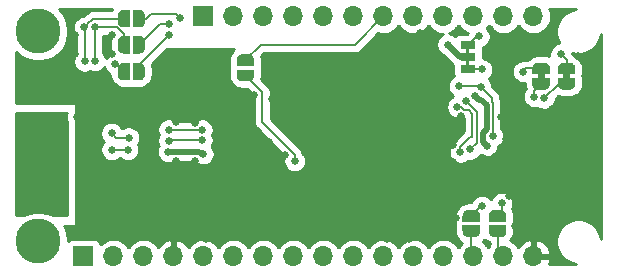
<source format=gbr>
G04 #@! TF.GenerationSoftware,KiCad,Pcbnew,(5.1.4)-1*
G04 #@! TF.CreationDate,2020-01-22T19:52:42-05:00*
G04 #@! TF.ProjectId,Feather-NEO-M9N-GPS,46656174-6865-4722-9d4e-454f2d4d394e,rev?*
G04 #@! TF.SameCoordinates,Original*
G04 #@! TF.FileFunction,Copper,L2,Bot*
G04 #@! TF.FilePolarity,Positive*
%FSLAX46Y46*%
G04 Gerber Fmt 4.6, Leading zero omitted, Abs format (unit mm)*
G04 Created by KiCad (PCBNEW (5.1.4)-1) date 2020-01-22 19:52:42*
%MOMM*%
%LPD*%
G04 APERTURE LIST*
%ADD10C,0.100000*%
%ADD11C,0.500000*%
%ADD12R,1.270000X0.635000*%
%ADD13C,3.800000*%
%ADD14O,1.700000X1.700000*%
%ADD15R,1.700000X1.700000*%
%ADD16C,0.660400*%
%ADD17C,0.152400*%
%ADD18C,0.508000*%
%ADD19C,0.254000*%
G04 APERTURE END LIST*
D10*
G36*
X167675560Y-78501240D02*
G01*
X167675560Y-78907640D01*
X167421560Y-78907640D01*
X167421560Y-78501240D01*
X167675560Y-78501240D01*
G37*
G36*
X167675560Y-79517240D02*
G01*
X167675560Y-79923640D01*
X167421560Y-79923640D01*
X167421560Y-79517240D01*
X167675560Y-79517240D01*
G37*
G36*
X173446160Y-81072800D02*
G01*
X173446160Y-80572800D01*
X174046160Y-80572800D01*
X174046160Y-81072800D01*
X173446160Y-81072800D01*
G37*
G36*
X175595000Y-81072800D02*
G01*
X175595000Y-80572800D01*
X176195000Y-80572800D01*
X176195000Y-81072800D01*
X175595000Y-81072800D01*
G37*
D11*
X148704300Y-79461600D03*
D10*
G36*
X147954902Y-79461600D02*
G01*
X147954902Y-79437066D01*
X147959712Y-79388235D01*
X147969284Y-79340110D01*
X147983528Y-79293155D01*
X148002305Y-79247822D01*
X148025436Y-79204549D01*
X148052696Y-79163750D01*
X148083824Y-79125821D01*
X148118521Y-79091124D01*
X148156450Y-79059996D01*
X148197249Y-79032736D01*
X148240522Y-79009605D01*
X148285855Y-78990828D01*
X148332810Y-78976584D01*
X148380935Y-78967012D01*
X148429766Y-78962202D01*
X148454300Y-78962202D01*
X148454300Y-78961600D01*
X148954300Y-78961600D01*
X148954300Y-78962202D01*
X148978834Y-78962202D01*
X149027665Y-78967012D01*
X149075790Y-78976584D01*
X149122745Y-78990828D01*
X149168078Y-79009605D01*
X149211351Y-79032736D01*
X149252150Y-79059996D01*
X149290079Y-79091124D01*
X149324776Y-79125821D01*
X149355904Y-79163750D01*
X149383164Y-79204549D01*
X149406295Y-79247822D01*
X149425072Y-79293155D01*
X149439316Y-79340110D01*
X149448888Y-79388235D01*
X149453698Y-79437066D01*
X149453698Y-79461600D01*
X149454300Y-79461600D01*
X149454300Y-79961600D01*
X147954300Y-79961600D01*
X147954300Y-79461600D01*
X147954902Y-79461600D01*
X147954902Y-79461600D01*
G37*
D11*
X148704300Y-80761600D03*
D10*
G36*
X149454300Y-80261600D02*
G01*
X149454300Y-80761600D01*
X149453698Y-80761600D01*
X149453698Y-80786134D01*
X149448888Y-80834965D01*
X149439316Y-80883090D01*
X149425072Y-80930045D01*
X149406295Y-80975378D01*
X149383164Y-81018651D01*
X149355904Y-81059450D01*
X149324776Y-81097379D01*
X149290079Y-81132076D01*
X149252150Y-81163204D01*
X149211351Y-81190464D01*
X149168078Y-81213595D01*
X149122745Y-81232372D01*
X149075790Y-81246616D01*
X149027665Y-81256188D01*
X148978834Y-81260998D01*
X148954300Y-81260998D01*
X148954300Y-81261600D01*
X148454300Y-81261600D01*
X148454300Y-81260998D01*
X148429766Y-81260998D01*
X148380935Y-81256188D01*
X148332810Y-81246616D01*
X148285855Y-81232372D01*
X148240522Y-81213595D01*
X148197249Y-81190464D01*
X148156450Y-81163204D01*
X148118521Y-81132076D01*
X148083824Y-81097379D01*
X148052696Y-81059450D01*
X148025436Y-81018651D01*
X148002305Y-80975378D01*
X147983528Y-80930045D01*
X147969284Y-80883090D01*
X147959712Y-80834965D01*
X147954902Y-80786134D01*
X147954902Y-80761600D01*
X147954300Y-80761600D01*
X147954300Y-80261600D01*
X149454300Y-80261600D01*
X149454300Y-80261600D01*
G37*
D12*
X167548560Y-80228440D03*
X167548560Y-79212440D03*
X167548560Y-78196440D03*
D11*
X139704840Y-80431640D03*
D10*
G36*
X139704840Y-79682242D02*
G01*
X139729374Y-79682242D01*
X139778205Y-79687052D01*
X139826330Y-79696624D01*
X139873285Y-79710868D01*
X139918618Y-79729645D01*
X139961891Y-79752776D01*
X140002690Y-79780036D01*
X140040619Y-79811164D01*
X140075316Y-79845861D01*
X140106444Y-79883790D01*
X140133704Y-79924589D01*
X140156835Y-79967862D01*
X140175612Y-80013195D01*
X140189856Y-80060150D01*
X140199428Y-80108275D01*
X140204238Y-80157106D01*
X140204238Y-80181640D01*
X140204840Y-80181640D01*
X140204840Y-80681640D01*
X140204238Y-80681640D01*
X140204238Y-80706174D01*
X140199428Y-80755005D01*
X140189856Y-80803130D01*
X140175612Y-80850085D01*
X140156835Y-80895418D01*
X140133704Y-80938691D01*
X140106444Y-80979490D01*
X140075316Y-81017419D01*
X140040619Y-81052116D01*
X140002690Y-81083244D01*
X139961891Y-81110504D01*
X139918618Y-81133635D01*
X139873285Y-81152412D01*
X139826330Y-81166656D01*
X139778205Y-81176228D01*
X139729374Y-81181038D01*
X139704840Y-81181038D01*
X139704840Y-81181640D01*
X139204840Y-81181640D01*
X139204840Y-79681640D01*
X139704840Y-79681640D01*
X139704840Y-79682242D01*
X139704840Y-79682242D01*
G37*
D11*
X138404840Y-80431640D03*
D10*
G36*
X138904840Y-81181640D02*
G01*
X138404840Y-81181640D01*
X138404840Y-81181038D01*
X138380306Y-81181038D01*
X138331475Y-81176228D01*
X138283350Y-81166656D01*
X138236395Y-81152412D01*
X138191062Y-81133635D01*
X138147789Y-81110504D01*
X138106990Y-81083244D01*
X138069061Y-81052116D01*
X138034364Y-81017419D01*
X138003236Y-80979490D01*
X137975976Y-80938691D01*
X137952845Y-80895418D01*
X137934068Y-80850085D01*
X137919824Y-80803130D01*
X137910252Y-80755005D01*
X137905442Y-80706174D01*
X137905442Y-80681640D01*
X137904840Y-80681640D01*
X137904840Y-80181640D01*
X137905442Y-80181640D01*
X137905442Y-80157106D01*
X137910252Y-80108275D01*
X137919824Y-80060150D01*
X137934068Y-80013195D01*
X137952845Y-79967862D01*
X137975976Y-79924589D01*
X138003236Y-79883790D01*
X138034364Y-79845861D01*
X138069061Y-79811164D01*
X138106990Y-79780036D01*
X138147789Y-79752776D01*
X138191062Y-79729645D01*
X138236395Y-79710868D01*
X138283350Y-79696624D01*
X138331475Y-79687052D01*
X138380306Y-79682242D01*
X138404840Y-79682242D01*
X138404840Y-79681640D01*
X138904840Y-79681640D01*
X138904840Y-81181640D01*
X138904840Y-81181640D01*
G37*
D11*
X139704840Y-78155800D03*
D10*
G36*
X139704840Y-77406402D02*
G01*
X139729374Y-77406402D01*
X139778205Y-77411212D01*
X139826330Y-77420784D01*
X139873285Y-77435028D01*
X139918618Y-77453805D01*
X139961891Y-77476936D01*
X140002690Y-77504196D01*
X140040619Y-77535324D01*
X140075316Y-77570021D01*
X140106444Y-77607950D01*
X140133704Y-77648749D01*
X140156835Y-77692022D01*
X140175612Y-77737355D01*
X140189856Y-77784310D01*
X140199428Y-77832435D01*
X140204238Y-77881266D01*
X140204238Y-77905800D01*
X140204840Y-77905800D01*
X140204840Y-78405800D01*
X140204238Y-78405800D01*
X140204238Y-78430334D01*
X140199428Y-78479165D01*
X140189856Y-78527290D01*
X140175612Y-78574245D01*
X140156835Y-78619578D01*
X140133704Y-78662851D01*
X140106444Y-78703650D01*
X140075316Y-78741579D01*
X140040619Y-78776276D01*
X140002690Y-78807404D01*
X139961891Y-78834664D01*
X139918618Y-78857795D01*
X139873285Y-78876572D01*
X139826330Y-78890816D01*
X139778205Y-78900388D01*
X139729374Y-78905198D01*
X139704840Y-78905198D01*
X139704840Y-78905800D01*
X139204840Y-78905800D01*
X139204840Y-77405800D01*
X139704840Y-77405800D01*
X139704840Y-77406402D01*
X139704840Y-77406402D01*
G37*
D11*
X138404840Y-78155800D03*
D10*
G36*
X138904840Y-78905800D02*
G01*
X138404840Y-78905800D01*
X138404840Y-78905198D01*
X138380306Y-78905198D01*
X138331475Y-78900388D01*
X138283350Y-78890816D01*
X138236395Y-78876572D01*
X138191062Y-78857795D01*
X138147789Y-78834664D01*
X138106990Y-78807404D01*
X138069061Y-78776276D01*
X138034364Y-78741579D01*
X138003236Y-78703650D01*
X137975976Y-78662851D01*
X137952845Y-78619578D01*
X137934068Y-78574245D01*
X137919824Y-78527290D01*
X137910252Y-78479165D01*
X137905442Y-78430334D01*
X137905442Y-78405800D01*
X137904840Y-78405800D01*
X137904840Y-77905800D01*
X137905442Y-77905800D01*
X137905442Y-77881266D01*
X137910252Y-77832435D01*
X137919824Y-77784310D01*
X137934068Y-77737355D01*
X137952845Y-77692022D01*
X137975976Y-77648749D01*
X138003236Y-77607950D01*
X138034364Y-77570021D01*
X138069061Y-77535324D01*
X138106990Y-77504196D01*
X138147789Y-77476936D01*
X138191062Y-77453805D01*
X138236395Y-77435028D01*
X138283350Y-77420784D01*
X138331475Y-77411212D01*
X138380306Y-77406402D01*
X138404840Y-77406402D01*
X138404840Y-77405800D01*
X138904840Y-77405800D01*
X138904840Y-78905800D01*
X138904840Y-78905800D01*
G37*
D11*
X139704840Y-75951080D03*
D10*
G36*
X139704840Y-75201682D02*
G01*
X139729374Y-75201682D01*
X139778205Y-75206492D01*
X139826330Y-75216064D01*
X139873285Y-75230308D01*
X139918618Y-75249085D01*
X139961891Y-75272216D01*
X140002690Y-75299476D01*
X140040619Y-75330604D01*
X140075316Y-75365301D01*
X140106444Y-75403230D01*
X140133704Y-75444029D01*
X140156835Y-75487302D01*
X140175612Y-75532635D01*
X140189856Y-75579590D01*
X140199428Y-75627715D01*
X140204238Y-75676546D01*
X140204238Y-75701080D01*
X140204840Y-75701080D01*
X140204840Y-76201080D01*
X140204238Y-76201080D01*
X140204238Y-76225614D01*
X140199428Y-76274445D01*
X140189856Y-76322570D01*
X140175612Y-76369525D01*
X140156835Y-76414858D01*
X140133704Y-76458131D01*
X140106444Y-76498930D01*
X140075316Y-76536859D01*
X140040619Y-76571556D01*
X140002690Y-76602684D01*
X139961891Y-76629944D01*
X139918618Y-76653075D01*
X139873285Y-76671852D01*
X139826330Y-76686096D01*
X139778205Y-76695668D01*
X139729374Y-76700478D01*
X139704840Y-76700478D01*
X139704840Y-76701080D01*
X139204840Y-76701080D01*
X139204840Y-75201080D01*
X139704840Y-75201080D01*
X139704840Y-75201682D01*
X139704840Y-75201682D01*
G37*
D11*
X138404840Y-75951080D03*
D10*
G36*
X138904840Y-76701080D02*
G01*
X138404840Y-76701080D01*
X138404840Y-76700478D01*
X138380306Y-76700478D01*
X138331475Y-76695668D01*
X138283350Y-76686096D01*
X138236395Y-76671852D01*
X138191062Y-76653075D01*
X138147789Y-76629944D01*
X138106990Y-76602684D01*
X138069061Y-76571556D01*
X138034364Y-76536859D01*
X138003236Y-76498930D01*
X137975976Y-76458131D01*
X137952845Y-76414858D01*
X137934068Y-76369525D01*
X137919824Y-76322570D01*
X137910252Y-76274445D01*
X137905442Y-76225614D01*
X137905442Y-76201080D01*
X137904840Y-76201080D01*
X137904840Y-75701080D01*
X137905442Y-75701080D01*
X137905442Y-75676546D01*
X137910252Y-75627715D01*
X137919824Y-75579590D01*
X137934068Y-75532635D01*
X137952845Y-75487302D01*
X137975976Y-75444029D01*
X138003236Y-75403230D01*
X138034364Y-75365301D01*
X138069061Y-75330604D01*
X138106990Y-75299476D01*
X138147789Y-75272216D01*
X138191062Y-75249085D01*
X138236395Y-75230308D01*
X138283350Y-75216064D01*
X138331475Y-75206492D01*
X138380306Y-75201682D01*
X138404840Y-75201682D01*
X138404840Y-75201080D01*
X138904840Y-75201080D01*
X138904840Y-76701080D01*
X138904840Y-76701080D01*
G37*
D11*
X167835580Y-92644200D03*
D10*
G36*
X167086182Y-92644200D02*
G01*
X167086182Y-92619666D01*
X167090992Y-92570835D01*
X167100564Y-92522710D01*
X167114808Y-92475755D01*
X167133585Y-92430422D01*
X167156716Y-92387149D01*
X167183976Y-92346350D01*
X167215104Y-92308421D01*
X167249801Y-92273724D01*
X167287730Y-92242596D01*
X167328529Y-92215336D01*
X167371802Y-92192205D01*
X167417135Y-92173428D01*
X167464090Y-92159184D01*
X167512215Y-92149612D01*
X167561046Y-92144802D01*
X167585580Y-92144802D01*
X167585580Y-92144200D01*
X168085580Y-92144200D01*
X168085580Y-92144802D01*
X168110114Y-92144802D01*
X168158945Y-92149612D01*
X168207070Y-92159184D01*
X168254025Y-92173428D01*
X168299358Y-92192205D01*
X168342631Y-92215336D01*
X168383430Y-92242596D01*
X168421359Y-92273724D01*
X168456056Y-92308421D01*
X168487184Y-92346350D01*
X168514444Y-92387149D01*
X168537575Y-92430422D01*
X168556352Y-92475755D01*
X168570596Y-92522710D01*
X168580168Y-92570835D01*
X168584978Y-92619666D01*
X168584978Y-92644200D01*
X168585580Y-92644200D01*
X168585580Y-93144200D01*
X167085580Y-93144200D01*
X167085580Y-92644200D01*
X167086182Y-92644200D01*
X167086182Y-92644200D01*
G37*
D11*
X167835580Y-93944200D03*
D10*
G36*
X168585580Y-93444200D02*
G01*
X168585580Y-93944200D01*
X168584978Y-93944200D01*
X168584978Y-93968734D01*
X168580168Y-94017565D01*
X168570596Y-94065690D01*
X168556352Y-94112645D01*
X168537575Y-94157978D01*
X168514444Y-94201251D01*
X168487184Y-94242050D01*
X168456056Y-94279979D01*
X168421359Y-94314676D01*
X168383430Y-94345804D01*
X168342631Y-94373064D01*
X168299358Y-94396195D01*
X168254025Y-94414972D01*
X168207070Y-94429216D01*
X168158945Y-94438788D01*
X168110114Y-94443598D01*
X168085580Y-94443598D01*
X168085580Y-94444200D01*
X167585580Y-94444200D01*
X167585580Y-94443598D01*
X167561046Y-94443598D01*
X167512215Y-94438788D01*
X167464090Y-94429216D01*
X167417135Y-94414972D01*
X167371802Y-94396195D01*
X167328529Y-94373064D01*
X167287730Y-94345804D01*
X167249801Y-94314676D01*
X167215104Y-94279979D01*
X167183976Y-94242050D01*
X167156716Y-94201251D01*
X167133585Y-94157978D01*
X167114808Y-94112645D01*
X167100564Y-94065690D01*
X167090992Y-94017565D01*
X167086182Y-93968734D01*
X167086182Y-93944200D01*
X167085580Y-93944200D01*
X167085580Y-93444200D01*
X168585580Y-93444200D01*
X168585580Y-93444200D01*
G37*
D11*
X170055540Y-93949280D03*
D10*
G36*
X170804938Y-93949280D02*
G01*
X170804938Y-93973814D01*
X170800128Y-94022645D01*
X170790556Y-94070770D01*
X170776312Y-94117725D01*
X170757535Y-94163058D01*
X170734404Y-94206331D01*
X170707144Y-94247130D01*
X170676016Y-94285059D01*
X170641319Y-94319756D01*
X170603390Y-94350884D01*
X170562591Y-94378144D01*
X170519318Y-94401275D01*
X170473985Y-94420052D01*
X170427030Y-94434296D01*
X170378905Y-94443868D01*
X170330074Y-94448678D01*
X170305540Y-94448678D01*
X170305540Y-94449280D01*
X169805540Y-94449280D01*
X169805540Y-94448678D01*
X169781006Y-94448678D01*
X169732175Y-94443868D01*
X169684050Y-94434296D01*
X169637095Y-94420052D01*
X169591762Y-94401275D01*
X169548489Y-94378144D01*
X169507690Y-94350884D01*
X169469761Y-94319756D01*
X169435064Y-94285059D01*
X169403936Y-94247130D01*
X169376676Y-94206331D01*
X169353545Y-94163058D01*
X169334768Y-94117725D01*
X169320524Y-94070770D01*
X169310952Y-94022645D01*
X169306142Y-93973814D01*
X169306142Y-93949280D01*
X169305540Y-93949280D01*
X169305540Y-93449280D01*
X170805540Y-93449280D01*
X170805540Y-93949280D01*
X170804938Y-93949280D01*
X170804938Y-93949280D01*
G37*
D11*
X170055540Y-92649280D03*
D10*
G36*
X169305540Y-93149280D02*
G01*
X169305540Y-92649280D01*
X169306142Y-92649280D01*
X169306142Y-92624746D01*
X169310952Y-92575915D01*
X169320524Y-92527790D01*
X169334768Y-92480835D01*
X169353545Y-92435502D01*
X169376676Y-92392229D01*
X169403936Y-92351430D01*
X169435064Y-92313501D01*
X169469761Y-92278804D01*
X169507690Y-92247676D01*
X169548489Y-92220416D01*
X169591762Y-92197285D01*
X169637095Y-92178508D01*
X169684050Y-92164264D01*
X169732175Y-92154692D01*
X169781006Y-92149882D01*
X169805540Y-92149882D01*
X169805540Y-92149280D01*
X170305540Y-92149280D01*
X170305540Y-92149882D01*
X170330074Y-92149882D01*
X170378905Y-92154692D01*
X170427030Y-92164264D01*
X170473985Y-92178508D01*
X170519318Y-92197285D01*
X170562591Y-92220416D01*
X170603390Y-92247676D01*
X170641319Y-92278804D01*
X170676016Y-92313501D01*
X170707144Y-92351430D01*
X170734404Y-92392229D01*
X170757535Y-92435502D01*
X170776312Y-92480835D01*
X170790556Y-92527790D01*
X170800128Y-92575915D01*
X170804938Y-92624746D01*
X170804938Y-92649280D01*
X170805540Y-92649280D01*
X170805540Y-93149280D01*
X169305540Y-93149280D01*
X169305540Y-93149280D01*
G37*
D11*
X173746160Y-80172800D03*
D10*
G36*
X172996160Y-80672800D02*
G01*
X172996160Y-80172800D01*
X172996762Y-80172800D01*
X172996762Y-80148266D01*
X173001572Y-80099435D01*
X173011144Y-80051310D01*
X173025388Y-80004355D01*
X173044165Y-79959022D01*
X173067296Y-79915749D01*
X173094556Y-79874950D01*
X173125684Y-79837021D01*
X173160381Y-79802324D01*
X173198310Y-79771196D01*
X173239109Y-79743936D01*
X173282382Y-79720805D01*
X173327715Y-79702028D01*
X173374670Y-79687784D01*
X173422795Y-79678212D01*
X173471626Y-79673402D01*
X173496160Y-79673402D01*
X173496160Y-79672800D01*
X173996160Y-79672800D01*
X173996160Y-79673402D01*
X174020694Y-79673402D01*
X174069525Y-79678212D01*
X174117650Y-79687784D01*
X174164605Y-79702028D01*
X174209938Y-79720805D01*
X174253211Y-79743936D01*
X174294010Y-79771196D01*
X174331939Y-79802324D01*
X174366636Y-79837021D01*
X174397764Y-79874950D01*
X174425024Y-79915749D01*
X174448155Y-79959022D01*
X174466932Y-80004355D01*
X174481176Y-80051310D01*
X174490748Y-80099435D01*
X174495558Y-80148266D01*
X174495558Y-80172800D01*
X174496160Y-80172800D01*
X174496160Y-80672800D01*
X172996160Y-80672800D01*
X172996160Y-80672800D01*
G37*
D11*
X173746160Y-81472800D03*
D10*
G36*
X174495558Y-81472800D02*
G01*
X174495558Y-81497334D01*
X174490748Y-81546165D01*
X174481176Y-81594290D01*
X174466932Y-81641245D01*
X174448155Y-81686578D01*
X174425024Y-81729851D01*
X174397764Y-81770650D01*
X174366636Y-81808579D01*
X174331939Y-81843276D01*
X174294010Y-81874404D01*
X174253211Y-81901664D01*
X174209938Y-81924795D01*
X174164605Y-81943572D01*
X174117650Y-81957816D01*
X174069525Y-81967388D01*
X174020694Y-81972198D01*
X173996160Y-81972198D01*
X173996160Y-81972800D01*
X173496160Y-81972800D01*
X173496160Y-81972198D01*
X173471626Y-81972198D01*
X173422795Y-81967388D01*
X173374670Y-81957816D01*
X173327715Y-81943572D01*
X173282382Y-81924795D01*
X173239109Y-81901664D01*
X173198310Y-81874404D01*
X173160381Y-81843276D01*
X173125684Y-81808579D01*
X173094556Y-81770650D01*
X173067296Y-81729851D01*
X173044165Y-81686578D01*
X173025388Y-81641245D01*
X173011144Y-81594290D01*
X173001572Y-81546165D01*
X172996762Y-81497334D01*
X172996762Y-81472800D01*
X172996160Y-81472800D01*
X172996160Y-80972800D01*
X174496160Y-80972800D01*
X174496160Y-81472800D01*
X174495558Y-81472800D01*
X174495558Y-81472800D01*
G37*
D11*
X175895000Y-80172800D03*
D10*
G36*
X175145000Y-80672800D02*
G01*
X175145000Y-80172800D01*
X175145602Y-80172800D01*
X175145602Y-80148266D01*
X175150412Y-80099435D01*
X175159984Y-80051310D01*
X175174228Y-80004355D01*
X175193005Y-79959022D01*
X175216136Y-79915749D01*
X175243396Y-79874950D01*
X175274524Y-79837021D01*
X175309221Y-79802324D01*
X175347150Y-79771196D01*
X175387949Y-79743936D01*
X175431222Y-79720805D01*
X175476555Y-79702028D01*
X175523510Y-79687784D01*
X175571635Y-79678212D01*
X175620466Y-79673402D01*
X175645000Y-79673402D01*
X175645000Y-79672800D01*
X176145000Y-79672800D01*
X176145000Y-79673402D01*
X176169534Y-79673402D01*
X176218365Y-79678212D01*
X176266490Y-79687784D01*
X176313445Y-79702028D01*
X176358778Y-79720805D01*
X176402051Y-79743936D01*
X176442850Y-79771196D01*
X176480779Y-79802324D01*
X176515476Y-79837021D01*
X176546604Y-79874950D01*
X176573864Y-79915749D01*
X176596995Y-79959022D01*
X176615772Y-80004355D01*
X176630016Y-80051310D01*
X176639588Y-80099435D01*
X176644398Y-80148266D01*
X176644398Y-80172800D01*
X176645000Y-80172800D01*
X176645000Y-80672800D01*
X175145000Y-80672800D01*
X175145000Y-80672800D01*
G37*
D11*
X175895000Y-81472800D03*
D10*
G36*
X176644398Y-81472800D02*
G01*
X176644398Y-81497334D01*
X176639588Y-81546165D01*
X176630016Y-81594290D01*
X176615772Y-81641245D01*
X176596995Y-81686578D01*
X176573864Y-81729851D01*
X176546604Y-81770650D01*
X176515476Y-81808579D01*
X176480779Y-81843276D01*
X176442850Y-81874404D01*
X176402051Y-81901664D01*
X176358778Y-81924795D01*
X176313445Y-81943572D01*
X176266490Y-81957816D01*
X176218365Y-81967388D01*
X176169534Y-81972198D01*
X176145000Y-81972198D01*
X176145000Y-81972800D01*
X175645000Y-81972800D01*
X175645000Y-81972198D01*
X175620466Y-81972198D01*
X175571635Y-81967388D01*
X175523510Y-81957816D01*
X175476555Y-81943572D01*
X175431222Y-81924795D01*
X175387949Y-81901664D01*
X175347150Y-81874404D01*
X175309221Y-81843276D01*
X175274524Y-81808579D01*
X175243396Y-81770650D01*
X175216136Y-81729851D01*
X175193005Y-81686578D01*
X175174228Y-81641245D01*
X175159984Y-81594290D01*
X175150412Y-81546165D01*
X175145602Y-81497334D01*
X175145602Y-81472800D01*
X175145000Y-81472800D01*
X175145000Y-80972800D01*
X176645000Y-80972800D01*
X176645000Y-81472800D01*
X176644398Y-81472800D01*
X176644398Y-81472800D01*
G37*
D13*
X131178300Y-94818200D03*
X131178300Y-77038200D03*
D14*
X173088300Y-75768200D03*
X170548300Y-75768200D03*
X168008300Y-75768200D03*
X165468300Y-75768200D03*
X162928300Y-75768200D03*
X160388300Y-75768200D03*
X157848300Y-75768200D03*
X155308300Y-75768200D03*
X152768300Y-75768200D03*
X150228300Y-75768200D03*
X147688300Y-75768200D03*
D15*
X145148300Y-75768200D03*
D14*
X173088300Y-96088200D03*
X170548300Y-96088200D03*
X168008300Y-96088200D03*
X165468300Y-96088200D03*
X162928300Y-96088200D03*
X160388300Y-96088200D03*
X157848300Y-96088200D03*
X155308300Y-96088200D03*
X152768300Y-96088200D03*
X150228300Y-96088200D03*
X147688300Y-96088200D03*
X145148300Y-96088200D03*
X142608300Y-96088200D03*
X140068300Y-96088200D03*
X137528300Y-96088200D03*
D15*
X134988300Y-96088200D03*
D16*
X175397160Y-78978760D03*
X142260320Y-77337920D03*
X142199360Y-76393040D03*
X143134080Y-75864720D03*
X146075400Y-89712800D03*
X145249900Y-89712800D03*
X144424400Y-89712800D03*
X144487900Y-90474800D03*
X144487900Y-91173300D03*
X144487900Y-91998800D03*
X144487900Y-92824300D03*
X144487900Y-93649800D03*
X144551400Y-94538800D03*
X147599400Y-94475300D03*
X154406600Y-91008200D03*
X154406600Y-91821000D03*
X154406600Y-92633800D03*
X154406600Y-93446600D03*
X154406600Y-94259400D03*
X153314400Y-94284800D03*
X152361900Y-94284800D03*
X150876000Y-93472000D03*
X150164800Y-93472000D03*
X149453600Y-93472000D03*
X148742400Y-93472000D03*
X148031200Y-93472000D03*
X148386800Y-94208600D03*
X150901400Y-91008200D03*
X148615400Y-91008200D03*
X147878800Y-91008200D03*
X147701000Y-90068400D03*
X146837400Y-89687400D03*
X154406600Y-90195400D03*
X154406600Y-89382600D03*
X154406600Y-88569800D03*
X154406600Y-87757000D03*
X145338800Y-94640400D03*
X147345400Y-89077800D03*
X147218400Y-88112600D03*
X147218400Y-87350600D03*
X147396200Y-86537800D03*
X151231600Y-87833200D03*
X148132800Y-86207600D03*
X149021800Y-86207600D03*
X149961600Y-86207600D03*
X150698200Y-86436200D03*
X151028400Y-87071200D03*
X146100800Y-94640400D03*
X146862800Y-94665800D03*
X173098460Y-89781380D03*
X142839440Y-84739480D03*
X142844520Y-88000000D03*
X144434560Y-84754720D03*
X144434560Y-88000000D03*
X134244080Y-78938120D03*
X134244080Y-77307440D03*
X137449560Y-78938120D03*
X137449560Y-77307440D03*
X166745920Y-76895960D03*
X170337480Y-84282280D03*
X145308320Y-92227400D03*
X146171920Y-92227400D03*
X132481320Y-80782160D03*
X134589520Y-80639920D03*
X178567080Y-78430120D03*
X177434240Y-80787240D03*
X178521360Y-80929480D03*
X170789600Y-86182200D03*
X172405040Y-84658200D03*
X178577240Y-89519760D03*
X178536600Y-87122000D03*
X172989240Y-87193120D03*
X177942240Y-84221320D03*
X175747680Y-86807040D03*
X175610520Y-89433400D03*
X153710640Y-87325200D03*
X166263320Y-86685120D03*
X164068760Y-87452200D03*
X165567360Y-87477600D03*
X154940000Y-79375000D03*
X156845000Y-79375000D03*
X158750000Y-79375000D03*
X160655000Y-79375000D03*
X162560000Y-79375000D03*
X154940000Y-81280000D03*
X156845000Y-81280000D03*
X158750000Y-81280000D03*
X160655000Y-81280000D03*
X162560000Y-81280000D03*
X154940000Y-83185000D03*
X154940000Y-85090000D03*
X156845000Y-85090000D03*
X156845000Y-83185000D03*
X158750000Y-83185000D03*
X158750000Y-85090000D03*
X160655000Y-85090000D03*
X160655000Y-83185000D03*
X162560000Y-83185000D03*
X162560000Y-85090000D03*
X154940000Y-86995000D03*
X156845000Y-86995000D03*
X158750000Y-86995000D03*
X160655000Y-86995000D03*
X162560000Y-86995000D03*
X162560000Y-88900000D03*
X160655000Y-88900000D03*
X158750000Y-88900000D03*
X156845000Y-88900000D03*
X156845000Y-90805000D03*
X158750000Y-90805000D03*
X160655000Y-90805000D03*
X162560000Y-90805000D03*
X162560000Y-92710000D03*
X160655000Y-92710000D03*
X158750000Y-92710000D03*
X156845000Y-92710000D03*
X156845000Y-94615000D03*
X158750000Y-94615000D03*
X160655000Y-94615000D03*
X162560000Y-94615000D03*
X155194000Y-90932000D03*
X155194000Y-92710000D03*
X152019000Y-87503000D03*
X164846000Y-94488000D03*
X151511000Y-94869000D03*
X148971000Y-94996000D03*
X134886700Y-86233000D03*
X135039100Y-88988900D03*
X136017000Y-93268800D03*
X134620000Y-93522800D03*
X163449000Y-77203300D03*
X141046200Y-93091000D03*
X138569700Y-91440000D03*
X169697400Y-81102200D03*
X166954200Y-84236560D03*
X173266100Y-84213700D03*
X175298100Y-83121500D03*
X174663100Y-83642200D03*
X174104300Y-84302600D03*
X171335700Y-84556600D03*
X170611800Y-85064600D03*
X144653000Y-83642200D03*
X136118600Y-87274400D03*
X135521700Y-88226900D03*
X138785600Y-88239600D03*
X137401300Y-88252300D03*
X136690100Y-87947500D03*
X134480300Y-84277200D03*
X135470900Y-84264500D03*
X136385300Y-84289900D03*
X137541000Y-84289900D03*
X138607800Y-84353400D03*
X139636500Y-84277200D03*
X140601700Y-84366100D03*
X141630400Y-84289900D03*
X139766040Y-88000840D03*
X140543280Y-87614760D03*
X145206720Y-88691720D03*
X146217640Y-88188800D03*
X147558760Y-82382360D03*
X148529040Y-82356960D03*
X149458680Y-82392520D03*
X150936960Y-82783680D03*
X147355560Y-83997800D03*
X166298880Y-88087200D03*
X166385240Y-94604840D03*
X166542720Y-92816680D03*
X171643040Y-94706440D03*
X169204640Y-95016320D03*
X166771320Y-91572080D03*
X166928800Y-90744040D03*
X166938960Y-89712800D03*
X166878000Y-88783160D03*
X168818560Y-87741760D03*
X169590720Y-88295480D03*
X170550840Y-89209880D03*
X170611800Y-90149680D03*
X170987720Y-90932000D03*
X171500800Y-93472000D03*
X172765720Y-78541880D03*
X171871640Y-77231240D03*
X169392600Y-76819760D03*
X173969680Y-77282040D03*
X174315120Y-78435200D03*
X176895760Y-79131160D03*
X176250600Y-82931000D03*
X177444400Y-82753200D03*
X177606960Y-81742280D03*
X171262040Y-81092040D03*
X151119840Y-88630760D03*
X151297640Y-94132400D03*
X136489440Y-89225120D03*
X139379960Y-89235280D03*
X138457940Y-93113860D03*
X132527040Y-82341720D03*
X136042400Y-82270600D03*
X165819651Y-78147349D03*
X168173400Y-82494120D03*
X169143680Y-86700360D03*
X167396160Y-82966560D03*
X167746680Y-87015320D03*
X166908480Y-87279480D03*
X166659560Y-83423760D03*
X142201900Y-86271100D03*
X145059400Y-86233000D03*
X142214600Y-85356700D03*
X145046700Y-85369400D03*
X137388600Y-87045800D03*
X138772900Y-87058500D03*
X137375900Y-85661500D03*
X138823700Y-86029800D03*
X169666920Y-85912960D03*
X166791640Y-81671160D03*
X168656000Y-81752440D03*
X152882600Y-87998300D03*
X135087360Y-79562960D03*
X135051800Y-76697840D03*
X135950960Y-79547720D03*
X135930640Y-76682600D03*
X137703560Y-79832200D03*
X130107840Y-88332160D03*
X172217080Y-80436720D03*
X174010320Y-82712560D03*
X173136560Y-82555080D03*
X170413680Y-91597480D03*
X168737280Y-91826080D03*
X168742360Y-80258920D03*
X168513760Y-77464920D03*
X142189200Y-87223600D03*
X145135600Y-87414100D03*
D17*
X175895000Y-79476600D02*
X175397160Y-78978760D01*
X175895000Y-80172800D02*
X175895000Y-79476600D01*
X148704300Y-79461600D02*
X149984700Y-78181200D01*
X157975300Y-78181200D02*
X160388300Y-75768200D01*
X149984700Y-78181200D02*
X157975300Y-78181200D01*
X139704840Y-79893400D02*
X139704840Y-80431640D01*
X142260320Y-77337920D02*
X139704840Y-79893400D01*
X141467600Y-76393040D02*
X139704840Y-78155800D01*
X142199360Y-76393040D02*
X141467600Y-76393040D01*
X142803881Y-75534521D02*
X143134080Y-75864720D01*
X140721399Y-75534521D02*
X142803881Y-75534521D01*
X139704840Y-75951080D02*
X140304840Y-75951080D01*
X140304840Y-75951080D02*
X140721399Y-75534521D01*
D18*
X166884742Y-79212440D02*
X167548560Y-79212440D01*
X165819651Y-78147349D02*
X166884742Y-79212440D01*
X168173400Y-82494120D02*
X168198800Y-82519520D01*
X168813481Y-86370161D02*
X169143680Y-86700360D01*
X168503599Y-82824319D02*
X168658701Y-82824319D01*
X168173400Y-82494120D02*
X168503599Y-82824319D01*
X168658701Y-82824319D02*
X169136710Y-83302328D01*
X169136710Y-83302328D02*
X169136710Y-85282552D01*
X169136710Y-85282552D02*
X168813481Y-85605781D01*
X168813481Y-85605781D02*
X168813481Y-86370161D01*
D17*
X168273119Y-86488881D02*
X167746680Y-87015320D01*
X167396160Y-82966560D02*
X168273119Y-83843519D01*
X168273119Y-83843519D02*
X168273119Y-86488881D01*
X166659560Y-83659126D02*
X166659560Y-83423760D01*
X167199726Y-83667600D02*
X167598818Y-83667600D01*
X166659560Y-83423760D02*
X166955886Y-83423760D01*
X166955886Y-83423760D02*
X167199726Y-83667600D01*
X167598818Y-83667600D02*
X167920709Y-83989491D01*
X167920709Y-85943817D02*
X167894000Y-85970526D01*
X167920709Y-83989491D02*
X167920709Y-85943817D01*
X166908480Y-86812507D02*
X166908480Y-87279480D01*
X167750461Y-85970526D02*
X166908480Y-86812507D01*
X167894000Y-85970526D02*
X167750461Y-85970526D01*
X142240000Y-86233000D02*
X142201900Y-86271100D01*
X145059400Y-86233000D02*
X142240000Y-86233000D01*
X144579727Y-85369400D02*
X145046700Y-85369400D01*
X142694273Y-85369400D02*
X144579727Y-85369400D01*
X142681573Y-85356700D02*
X142694273Y-85369400D01*
X142214600Y-85356700D02*
X142681573Y-85356700D01*
X138760200Y-87045800D02*
X138772900Y-87058500D01*
X137388600Y-87045800D02*
X138760200Y-87045800D01*
X137744200Y-86029800D02*
X137375900Y-85661500D01*
X138823700Y-86029800D02*
X137744200Y-86029800D01*
X169575480Y-82671920D02*
X168656000Y-81752440D01*
X168574720Y-81671160D02*
X168656000Y-81752440D01*
X166791640Y-81671160D02*
X168574720Y-81671160D01*
X169666920Y-85445987D02*
X169666920Y-85912960D01*
X169666920Y-83082708D02*
X169666920Y-85445987D01*
X169575480Y-82991268D02*
X169666920Y-83082708D01*
X169575480Y-82671920D02*
X169575480Y-82991268D01*
X150139400Y-82196700D02*
X148704300Y-80761600D01*
X150139400Y-84725926D02*
X150139400Y-82196700D01*
X152882600Y-87469126D02*
X150139400Y-84725926D01*
X152882600Y-87998300D02*
X152882600Y-87469126D01*
X135087360Y-76733400D02*
X135051800Y-76697840D01*
X135087360Y-79562960D02*
X135087360Y-76733400D01*
X137804840Y-75951080D02*
X138404840Y-75951080D01*
X135764686Y-75951080D02*
X137804840Y-75951080D01*
X135324239Y-76391527D02*
X135764686Y-75951080D01*
X135324239Y-76537161D02*
X135324239Y-76391527D01*
X135163560Y-76697840D02*
X135324239Y-76537161D01*
X135051800Y-76697840D02*
X135163560Y-76697840D01*
X135930640Y-79527400D02*
X135950960Y-79547720D01*
X135930640Y-76682600D02*
X135930640Y-79527400D01*
X138404840Y-77308208D02*
X138404840Y-78155800D01*
X138404840Y-77295404D02*
X138404840Y-77308208D01*
X137792036Y-76682600D02*
X138404840Y-77295404D01*
X135930640Y-76682600D02*
X137792036Y-76682600D01*
X138303240Y-80330040D02*
X138404840Y-80431640D01*
X137703560Y-79832200D02*
X138303240Y-80330040D01*
X172481000Y-80172800D02*
X172217080Y-80436720D01*
X173746160Y-80172800D02*
X172481000Y-80172800D01*
X170055540Y-95595440D02*
X170548300Y-96088200D01*
X170055540Y-93949280D02*
X170055540Y-95595440D01*
X167835580Y-95915480D02*
X168008300Y-96088200D01*
X167835580Y-93944200D02*
X167835580Y-95915480D01*
X175250080Y-81472800D02*
X175895000Y-81472800D01*
X174010320Y-82712560D02*
X175250080Y-81472800D01*
X173136560Y-82082400D02*
X173746160Y-81472800D01*
X173136560Y-82555080D02*
X173136560Y-82082400D01*
X170413680Y-92291140D02*
X170055540Y-92649280D01*
X170413680Y-91597480D02*
X170413680Y-92291140D01*
X168653700Y-91826080D02*
X167835580Y-92644200D01*
X168737280Y-91826080D02*
X168653700Y-91826080D01*
X167579040Y-80258920D02*
X167548560Y-80228440D01*
X168742360Y-80258920D02*
X167579040Y-80258920D01*
X168280080Y-77464920D02*
X167548560Y-78196440D01*
X168513760Y-77464920D02*
X168280080Y-77464920D01*
D18*
X142656173Y-87223600D02*
X142668873Y-87210900D01*
X142189200Y-87223600D02*
X142656173Y-87223600D01*
X142663974Y-87215799D02*
X142656173Y-87223600D01*
X144810977Y-87215799D02*
X142663974Y-87215799D01*
X145009278Y-87414100D02*
X144810977Y-87215799D01*
X145135600Y-87414100D02*
X145009278Y-87414100D01*
D19*
G36*
X137374376Y-75221205D02*
G01*
X137366641Y-75239880D01*
X135799611Y-75239880D01*
X135764685Y-75236440D01*
X135729759Y-75239880D01*
X135729750Y-75239880D01*
X135625266Y-75250171D01*
X135491205Y-75290838D01*
X135367653Y-75356878D01*
X135259359Y-75445753D01*
X135237084Y-75472895D01*
X134977339Y-75732640D01*
X134956736Y-75732640D01*
X134770262Y-75769732D01*
X134594606Y-75842491D01*
X134436521Y-75948120D01*
X134302080Y-76082561D01*
X134196451Y-76240646D01*
X134123692Y-76416302D01*
X134086600Y-76602776D01*
X134086600Y-76792904D01*
X134123692Y-76979378D01*
X134196451Y-77155034D01*
X134302080Y-77313119D01*
X134376161Y-77387200D01*
X134376160Y-78909161D01*
X134337640Y-78947681D01*
X134232011Y-79105766D01*
X134159252Y-79281422D01*
X134122160Y-79467896D01*
X134122160Y-79658024D01*
X134159252Y-79844498D01*
X134232011Y-80020154D01*
X134337640Y-80178239D01*
X134472081Y-80312680D01*
X134630166Y-80418309D01*
X134805822Y-80491068D01*
X134992296Y-80528160D01*
X135182424Y-80528160D01*
X135368898Y-80491068D01*
X135537556Y-80421208D01*
X135669422Y-80475828D01*
X135855896Y-80512920D01*
X136046024Y-80512920D01*
X136232498Y-80475828D01*
X136408154Y-80403069D01*
X136566239Y-80297440D01*
X136700680Y-80162999D01*
X136765850Y-80065465D01*
X136775452Y-80113738D01*
X136848211Y-80289394D01*
X136953840Y-80447479D01*
X137088281Y-80581920D01*
X137246366Y-80687549D01*
X137268242Y-80696610D01*
X137269176Y-80706090D01*
X137269176Y-80730649D01*
X137281436Y-80855130D01*
X137300558Y-80951263D01*
X137336867Y-81070959D01*
X137374376Y-81161515D01*
X137433342Y-81271832D01*
X137487798Y-81353331D01*
X137567150Y-81450022D01*
X137636458Y-81519330D01*
X137733149Y-81598682D01*
X137814648Y-81653138D01*
X137924965Y-81712104D01*
X138015521Y-81749613D01*
X138135217Y-81785922D01*
X138231350Y-81805044D01*
X138355831Y-81817304D01*
X138380390Y-81817304D01*
X138404840Y-81819712D01*
X138904840Y-81819712D01*
X139029322Y-81807452D01*
X139054840Y-81799711D01*
X139080358Y-81807452D01*
X139204840Y-81819712D01*
X139704840Y-81819712D01*
X139729290Y-81817304D01*
X139753849Y-81817304D01*
X139878330Y-81805044D01*
X139974463Y-81785922D01*
X140094159Y-81749613D01*
X140184715Y-81712104D01*
X140295032Y-81653138D01*
X140376531Y-81598682D01*
X140473222Y-81519330D01*
X140542530Y-81450022D01*
X140621882Y-81353331D01*
X140676338Y-81271832D01*
X140735304Y-81161515D01*
X140772813Y-81070959D01*
X140809122Y-80951263D01*
X140828244Y-80855130D01*
X140840504Y-80730649D01*
X140840504Y-80706090D01*
X140842912Y-80681640D01*
X140842912Y-80181640D01*
X140840504Y-80157190D01*
X140840504Y-80132631D01*
X140828244Y-80008150D01*
X140809122Y-79912017D01*
X140781865Y-79822162D01*
X142065310Y-78538718D01*
X142067843Y-78540797D01*
X142089799Y-78552533D01*
X142113624Y-78559760D01*
X142138400Y-78562200D01*
X147761112Y-78562200D01*
X147685918Y-78623910D01*
X147616610Y-78693218D01*
X147537258Y-78789909D01*
X147482802Y-78871408D01*
X147423836Y-78981725D01*
X147386327Y-79072281D01*
X147350018Y-79191977D01*
X147330896Y-79288110D01*
X147318636Y-79412591D01*
X147318636Y-79437150D01*
X147316228Y-79461600D01*
X147316228Y-79961600D01*
X147328488Y-80086082D01*
X147336229Y-80111600D01*
X147328488Y-80137118D01*
X147316228Y-80261600D01*
X147316228Y-80761600D01*
X147318636Y-80786050D01*
X147318636Y-80810609D01*
X147330896Y-80935090D01*
X147350018Y-81031223D01*
X147386327Y-81150919D01*
X147423836Y-81241475D01*
X147482802Y-81351792D01*
X147537258Y-81433291D01*
X147616610Y-81529982D01*
X147685918Y-81599290D01*
X147782609Y-81678642D01*
X147864108Y-81733098D01*
X147974425Y-81792064D01*
X148064981Y-81829573D01*
X148184677Y-81865882D01*
X148280810Y-81885004D01*
X148405291Y-81897264D01*
X148429850Y-81897264D01*
X148454300Y-81899672D01*
X148836585Y-81899672D01*
X149428201Y-82491289D01*
X149428200Y-84691000D01*
X149424760Y-84725926D01*
X149428200Y-84760852D01*
X149428200Y-84760861D01*
X149438491Y-84865345D01*
X149479158Y-84999406D01*
X149545198Y-85122958D01*
X149634073Y-85231252D01*
X149661210Y-85253523D01*
X152004271Y-87596585D01*
X151954492Y-87716762D01*
X151917400Y-87903236D01*
X151917400Y-88093364D01*
X151954492Y-88279838D01*
X152027251Y-88455494D01*
X152132880Y-88613579D01*
X152267321Y-88748020D01*
X152425406Y-88853649D01*
X152601062Y-88926408D01*
X152787536Y-88963500D01*
X152977664Y-88963500D01*
X153164138Y-88926408D01*
X153339794Y-88853649D01*
X153497879Y-88748020D01*
X153632320Y-88613579D01*
X153737949Y-88455494D01*
X153810708Y-88279838D01*
X153847800Y-88093364D01*
X153847800Y-87903236D01*
X153810708Y-87716762D01*
X153737949Y-87541106D01*
X153632320Y-87383021D01*
X153584001Y-87334702D01*
X153583509Y-87329706D01*
X153547057Y-87209539D01*
X153542842Y-87195644D01*
X153476802Y-87072093D01*
X153410198Y-86990935D01*
X153410193Y-86990930D01*
X153387927Y-86963799D01*
X153360796Y-86941533D01*
X150850600Y-84431339D01*
X150850600Y-82231628D01*
X150854040Y-82196700D01*
X150850600Y-82161771D01*
X150850600Y-82161764D01*
X150840309Y-82057280D01*
X150799642Y-81923219D01*
X150733602Y-81799667D01*
X150644727Y-81691373D01*
X150617591Y-81669103D01*
X150040225Y-81091738D01*
X150058582Y-81031223D01*
X150077704Y-80935090D01*
X150089964Y-80810609D01*
X150089964Y-80786050D01*
X150092372Y-80761600D01*
X150092372Y-80261600D01*
X150080112Y-80137118D01*
X150072371Y-80111600D01*
X150080112Y-80086082D01*
X150092372Y-79961600D01*
X150092372Y-79461600D01*
X150089964Y-79437150D01*
X150089964Y-79412591D01*
X150077704Y-79288110D01*
X150058582Y-79191977D01*
X150040225Y-79131462D01*
X150279288Y-78892400D01*
X157940374Y-78892400D01*
X157975300Y-78895840D01*
X158010226Y-78892400D01*
X158010236Y-78892400D01*
X158114720Y-78882109D01*
X158248781Y-78841442D01*
X158372333Y-78775402D01*
X158480627Y-78686527D01*
X158502902Y-78659385D01*
X159969354Y-77192934D01*
X160097189Y-77231713D01*
X160315350Y-77253200D01*
X160461250Y-77253200D01*
X160679411Y-77231713D01*
X160959334Y-77146799D01*
X161217314Y-77008906D01*
X161443434Y-76823334D01*
X161629006Y-76597214D01*
X161658300Y-76542409D01*
X161687594Y-76597214D01*
X161873166Y-76823334D01*
X162099286Y-77008906D01*
X162357266Y-77146799D01*
X162637189Y-77231713D01*
X162855350Y-77253200D01*
X163001250Y-77253200D01*
X163219411Y-77231713D01*
X163499334Y-77146799D01*
X163757314Y-77008906D01*
X163983434Y-76823334D01*
X164169006Y-76597214D01*
X164198300Y-76542409D01*
X164227594Y-76597214D01*
X164413166Y-76823334D01*
X164639286Y-77008906D01*
X164897266Y-77146799D01*
X165177189Y-77231713D01*
X165395350Y-77253200D01*
X165456129Y-77253200D01*
X165362457Y-77292000D01*
X165204372Y-77397629D01*
X165069931Y-77532070D01*
X164964302Y-77690155D01*
X164891543Y-77865811D01*
X164854451Y-78052285D01*
X164854451Y-78242413D01*
X164891543Y-78428887D01*
X164964302Y-78604543D01*
X165069931Y-78762628D01*
X165204372Y-78897069D01*
X165362457Y-79002698D01*
X165456873Y-79041806D01*
X166225247Y-79810181D01*
X166253083Y-79844099D01*
X166279903Y-79866110D01*
X166275488Y-79910940D01*
X166275488Y-80545940D01*
X166287748Y-80670422D01*
X166324058Y-80790120D01*
X166337184Y-80814677D01*
X166334446Y-80815811D01*
X166176361Y-80921440D01*
X166041920Y-81055881D01*
X165936291Y-81213966D01*
X165863532Y-81389622D01*
X165826440Y-81576096D01*
X165826440Y-81766224D01*
X165863532Y-81952698D01*
X165936291Y-82128354D01*
X166041920Y-82286439D01*
X166176361Y-82420880D01*
X166322614Y-82518603D01*
X166202366Y-82568411D01*
X166044281Y-82674040D01*
X165909840Y-82808481D01*
X165804211Y-82966566D01*
X165731452Y-83142222D01*
X165694360Y-83328696D01*
X165694360Y-83518824D01*
X165731452Y-83705298D01*
X165804211Y-83880954D01*
X165909840Y-84039039D01*
X166044281Y-84173480D01*
X166202366Y-84279109D01*
X166378022Y-84351868D01*
X166564496Y-84388960D01*
X166754624Y-84388960D01*
X166941098Y-84351868D01*
X166968302Y-84340600D01*
X167060306Y-84368509D01*
X167164790Y-84378800D01*
X167164797Y-84378800D01*
X167199726Y-84382240D01*
X167209509Y-84381276D01*
X167209510Y-85505689D01*
X166430290Y-86284910D01*
X166403153Y-86307181D01*
X166314278Y-86415475D01*
X166248238Y-86539027D01*
X166232695Y-86590266D01*
X166158760Y-86664201D01*
X166053131Y-86822286D01*
X165980372Y-86997942D01*
X165943280Y-87184416D01*
X165943280Y-87374544D01*
X165980372Y-87561018D01*
X166053131Y-87736674D01*
X166158760Y-87894759D01*
X166293201Y-88029200D01*
X166451286Y-88134829D01*
X166626942Y-88207588D01*
X166813416Y-88244680D01*
X167003544Y-88244680D01*
X167190018Y-88207588D01*
X167365674Y-88134829D01*
X167523759Y-88029200D01*
X167585575Y-87967384D01*
X167651616Y-87980520D01*
X167841744Y-87980520D01*
X168028218Y-87943428D01*
X168203874Y-87870669D01*
X168361959Y-87765040D01*
X168496400Y-87630599D01*
X168589666Y-87491016D01*
X168686486Y-87555709D01*
X168862142Y-87628468D01*
X169048616Y-87665560D01*
X169238744Y-87665560D01*
X169425218Y-87628468D01*
X169600874Y-87555709D01*
X169758959Y-87450080D01*
X169893400Y-87315639D01*
X169999029Y-87157554D01*
X170071788Y-86981898D01*
X170108880Y-86795424D01*
X170108880Y-86774619D01*
X170124114Y-86768309D01*
X170282199Y-86662680D01*
X170416640Y-86528239D01*
X170522269Y-86370154D01*
X170595028Y-86194498D01*
X170632120Y-86008024D01*
X170632120Y-85817896D01*
X170595028Y-85631422D01*
X170522269Y-85455766D01*
X170416640Y-85297681D01*
X170378120Y-85259161D01*
X170378120Y-83117636D01*
X170381560Y-83082708D01*
X170378120Y-83047780D01*
X170378120Y-83047772D01*
X170367829Y-82943288D01*
X170327162Y-82809227D01*
X170286680Y-82733491D01*
X170286680Y-82706845D01*
X170290120Y-82671919D01*
X170286680Y-82636993D01*
X170286680Y-82636984D01*
X170276389Y-82532500D01*
X170235722Y-82398439D01*
X170169682Y-82274887D01*
X170126130Y-82221819D01*
X170103077Y-82193729D01*
X170103073Y-82193725D01*
X170080806Y-82166593D01*
X170053675Y-82144327D01*
X169621200Y-81711852D01*
X169621200Y-81657376D01*
X169584108Y-81470902D01*
X169511349Y-81295246D01*
X169405720Y-81137161D01*
X169309419Y-81040860D01*
X169357639Y-81008640D01*
X169492080Y-80874199D01*
X169597709Y-80716114D01*
X169670468Y-80540458D01*
X169707560Y-80353984D01*
X169707560Y-80163856D01*
X169670468Y-79977382D01*
X169597709Y-79801726D01*
X169492080Y-79643641D01*
X169357639Y-79509200D01*
X169199554Y-79403571D01*
X169023898Y-79330812D01*
X168837424Y-79293720D01*
X168821632Y-79293720D01*
X168821632Y-78894940D01*
X168809372Y-78770458D01*
X168789346Y-78704440D01*
X168809372Y-78638422D01*
X168821632Y-78513940D01*
X168821632Y-78382120D01*
X168970954Y-78320269D01*
X169129039Y-78214640D01*
X169263480Y-78080199D01*
X169369109Y-77922114D01*
X169441868Y-77746458D01*
X169478960Y-77559984D01*
X169478960Y-77369856D01*
X169441868Y-77183382D01*
X169369109Y-77007726D01*
X169263480Y-76849641D01*
X169141748Y-76727909D01*
X169249006Y-76597214D01*
X169278300Y-76542409D01*
X169307594Y-76597214D01*
X169493166Y-76823334D01*
X169719286Y-77008906D01*
X169977266Y-77146799D01*
X170257189Y-77231713D01*
X170475350Y-77253200D01*
X170621250Y-77253200D01*
X170839411Y-77231713D01*
X171119334Y-77146799D01*
X171377314Y-77008906D01*
X171603434Y-76823334D01*
X171789006Y-76597214D01*
X171818300Y-76542409D01*
X171847594Y-76597214D01*
X172033166Y-76823334D01*
X172259286Y-77008906D01*
X172517266Y-77146799D01*
X172797189Y-77231713D01*
X173015350Y-77253200D01*
X173161250Y-77253200D01*
X173379411Y-77231713D01*
X173659334Y-77146799D01*
X173917314Y-77008906D01*
X174143434Y-76823334D01*
X174329006Y-76597214D01*
X174466899Y-76339234D01*
X174551813Y-76059311D01*
X174580485Y-75768200D01*
X174551813Y-75477089D01*
X174466899Y-75197166D01*
X174446071Y-75158200D01*
X176687507Y-75158200D01*
X176348466Y-75225639D01*
X176005418Y-75367734D01*
X175696682Y-75574025D01*
X175434125Y-75836582D01*
X175227834Y-76145318D01*
X175085739Y-76488366D01*
X175013300Y-76852544D01*
X175013300Y-77223856D01*
X175085739Y-77588034D01*
X175227834Y-77931082D01*
X175285191Y-78016923D01*
X175115622Y-78050652D01*
X174939966Y-78123411D01*
X174781881Y-78229040D01*
X174647440Y-78363481D01*
X174541811Y-78521566D01*
X174469052Y-78697222D01*
X174431960Y-78883696D01*
X174431960Y-79073824D01*
X174442854Y-79128592D01*
X174385479Y-79104827D01*
X174265783Y-79068518D01*
X174169650Y-79049396D01*
X174045169Y-79037136D01*
X174020610Y-79037136D01*
X173996160Y-79034728D01*
X173496160Y-79034728D01*
X173471710Y-79037136D01*
X173447151Y-79037136D01*
X173322670Y-79049396D01*
X173226537Y-79068518D01*
X173106841Y-79104827D01*
X173016285Y-79142336D01*
X172905968Y-79201302D01*
X172824469Y-79255758D01*
X172727778Y-79335110D01*
X172658470Y-79404418D01*
X172611542Y-79461600D01*
X172515925Y-79461600D01*
X172480999Y-79458160D01*
X172446073Y-79461600D01*
X172446064Y-79461600D01*
X172341580Y-79471891D01*
X172330661Y-79475203D01*
X172312144Y-79471520D01*
X172122016Y-79471520D01*
X171935542Y-79508612D01*
X171759886Y-79581371D01*
X171601801Y-79687000D01*
X171467360Y-79821441D01*
X171361731Y-79979526D01*
X171288972Y-80155182D01*
X171251880Y-80341656D01*
X171251880Y-80531784D01*
X171288972Y-80718258D01*
X171361731Y-80893914D01*
X171467360Y-81051999D01*
X171601801Y-81186440D01*
X171759886Y-81292069D01*
X171935542Y-81364828D01*
X172122016Y-81401920D01*
X172312144Y-81401920D01*
X172358088Y-81392781D01*
X172358088Y-81472800D01*
X172360496Y-81497250D01*
X172360496Y-81521809D01*
X172372756Y-81646290D01*
X172391878Y-81742423D01*
X172428187Y-81862119D01*
X172438829Y-81887812D01*
X172386840Y-81939801D01*
X172281211Y-82097886D01*
X172208452Y-82273542D01*
X172171360Y-82460016D01*
X172171360Y-82650144D01*
X172208452Y-82836618D01*
X172281211Y-83012274D01*
X172386840Y-83170359D01*
X172521281Y-83304800D01*
X172679366Y-83410429D01*
X172855022Y-83483188D01*
X173041496Y-83520280D01*
X173231624Y-83520280D01*
X173418098Y-83483188D01*
X173423181Y-83481083D01*
X173553126Y-83567909D01*
X173728782Y-83640668D01*
X173915256Y-83677760D01*
X174105384Y-83677760D01*
X174291858Y-83640668D01*
X174467514Y-83567909D01*
X174625599Y-83462280D01*
X174760040Y-83327839D01*
X174865669Y-83169754D01*
X174938428Y-82994098D01*
X174975520Y-82807624D01*
X174975520Y-82753148D01*
X175207749Y-82520919D01*
X175255681Y-82540773D01*
X175375377Y-82577082D01*
X175471510Y-82596204D01*
X175595991Y-82608464D01*
X175620550Y-82608464D01*
X175645000Y-82610872D01*
X176145000Y-82610872D01*
X176169450Y-82608464D01*
X176194009Y-82608464D01*
X176318490Y-82596204D01*
X176414623Y-82577082D01*
X176534319Y-82540773D01*
X176624875Y-82503264D01*
X176735192Y-82444298D01*
X176816691Y-82389842D01*
X176913382Y-82310490D01*
X176982690Y-82241182D01*
X177062042Y-82144491D01*
X177116498Y-82062992D01*
X177175464Y-81952675D01*
X177212973Y-81862119D01*
X177249282Y-81742423D01*
X177268404Y-81646290D01*
X177280664Y-81521809D01*
X177280664Y-81497250D01*
X177283072Y-81472800D01*
X177283072Y-80972800D01*
X177270812Y-80848318D01*
X177263071Y-80822800D01*
X177270812Y-80797282D01*
X177283072Y-80672800D01*
X177283072Y-80172800D01*
X177280664Y-80148350D01*
X177280664Y-80123791D01*
X177268404Y-79999310D01*
X177249282Y-79903177D01*
X177212973Y-79783481D01*
X177175464Y-79692925D01*
X177116498Y-79582608D01*
X177062042Y-79501109D01*
X176982690Y-79404418D01*
X176913382Y-79335110D01*
X176816691Y-79255758D01*
X176735192Y-79201302D01*
X176624875Y-79142336D01*
X176534319Y-79104827D01*
X176496586Y-79093381D01*
X176489202Y-79079567D01*
X176400327Y-78971273D01*
X176373190Y-78949002D01*
X176362360Y-78938172D01*
X176362360Y-78883696D01*
X176356111Y-78852282D01*
X176712644Y-78923200D01*
X177083956Y-78923200D01*
X177448134Y-78850761D01*
X177791182Y-78708666D01*
X178099918Y-78502375D01*
X178362475Y-78239818D01*
X178568766Y-77931082D01*
X178710861Y-77588034D01*
X178778301Y-77248988D01*
X178778300Y-94607407D01*
X178710861Y-94268366D01*
X178568766Y-93925318D01*
X178362475Y-93616582D01*
X178099918Y-93354025D01*
X177791182Y-93147734D01*
X177448134Y-93005639D01*
X177083956Y-92933200D01*
X176712644Y-92933200D01*
X176348466Y-93005639D01*
X176005418Y-93147734D01*
X175696682Y-93354025D01*
X175434125Y-93616582D01*
X175227834Y-93925318D01*
X175085739Y-94268366D01*
X175013300Y-94632544D01*
X175013300Y-95003856D01*
X175085739Y-95368034D01*
X175227834Y-95711082D01*
X175434125Y-96019818D01*
X175696682Y-96282375D01*
X176005418Y-96488666D01*
X176348466Y-96630761D01*
X176687507Y-96698200D01*
X174439996Y-96698200D01*
X174529781Y-96445091D01*
X174409114Y-96215200D01*
X173215300Y-96215200D01*
X173215300Y-96235200D01*
X172961300Y-96235200D01*
X172961300Y-96215200D01*
X172941300Y-96215200D01*
X172941300Y-95961200D01*
X172961300Y-95961200D01*
X172961300Y-94768045D01*
X173215300Y-94768045D01*
X173215300Y-95961200D01*
X174409114Y-95961200D01*
X174529781Y-95731309D01*
X174432457Y-95456948D01*
X174283478Y-95206845D01*
X174088569Y-94990612D01*
X173855220Y-94816559D01*
X173592399Y-94691375D01*
X173445190Y-94646724D01*
X173215300Y-94768045D01*
X172961300Y-94768045D01*
X172731410Y-94646724D01*
X172584201Y-94691375D01*
X172321380Y-94816559D01*
X172088031Y-94990612D01*
X171893122Y-95206845D01*
X171823501Y-95323723D01*
X171789006Y-95259186D01*
X171603434Y-95033066D01*
X171377314Y-94847494D01*
X171140160Y-94720732D01*
X171143230Y-94717662D01*
X171222582Y-94620971D01*
X171277038Y-94539472D01*
X171336004Y-94429155D01*
X171373513Y-94338599D01*
X171409822Y-94218903D01*
X171428944Y-94122770D01*
X171441204Y-93998289D01*
X171441204Y-93973730D01*
X171443612Y-93949280D01*
X171443612Y-93449280D01*
X171431352Y-93324798D01*
X171423611Y-93299280D01*
X171431352Y-93273762D01*
X171443612Y-93149280D01*
X171443612Y-92649280D01*
X171441204Y-92624830D01*
X171441204Y-92600271D01*
X171428944Y-92475790D01*
X171409822Y-92379657D01*
X171373513Y-92259961D01*
X171336004Y-92169405D01*
X171277038Y-92059088D01*
X171270965Y-92049999D01*
X171341788Y-91879018D01*
X171378880Y-91692544D01*
X171378880Y-91502416D01*
X171341788Y-91315942D01*
X171269029Y-91140286D01*
X171163400Y-90982201D01*
X171028959Y-90847760D01*
X170870874Y-90742131D01*
X170695218Y-90669372D01*
X170508744Y-90632280D01*
X170318616Y-90632280D01*
X170132142Y-90669372D01*
X169956486Y-90742131D01*
X169798401Y-90847760D01*
X169663960Y-90982201D01*
X169558331Y-91140286D01*
X169513003Y-91249717D01*
X169487000Y-91210801D01*
X169352559Y-91076360D01*
X169194474Y-90970731D01*
X169018818Y-90897972D01*
X168832344Y-90860880D01*
X168642216Y-90860880D01*
X168455742Y-90897972D01*
X168280086Y-90970731D01*
X168122001Y-91076360D01*
X167987560Y-91210801D01*
X167881931Y-91368886D01*
X167825084Y-91506128D01*
X167585580Y-91506128D01*
X167561130Y-91508536D01*
X167536571Y-91508536D01*
X167412090Y-91520796D01*
X167315957Y-91539918D01*
X167196261Y-91576227D01*
X167105705Y-91613736D01*
X166995388Y-91672702D01*
X166913889Y-91727158D01*
X166817198Y-91806510D01*
X166747890Y-91875818D01*
X166668538Y-91972509D01*
X166614082Y-92054008D01*
X166555116Y-92164325D01*
X166517607Y-92254881D01*
X166481298Y-92374577D01*
X166462176Y-92470710D01*
X166449916Y-92595191D01*
X166449916Y-92619750D01*
X166447508Y-92644200D01*
X166447508Y-93144200D01*
X166459768Y-93268682D01*
X166467509Y-93294200D01*
X166459768Y-93319718D01*
X166447508Y-93444200D01*
X166447508Y-93944200D01*
X166449916Y-93968650D01*
X166449916Y-93993209D01*
X166462176Y-94117690D01*
X166481298Y-94213823D01*
X166517607Y-94333519D01*
X166555116Y-94424075D01*
X166614082Y-94534392D01*
X166668538Y-94615891D01*
X166747890Y-94712582D01*
X166817198Y-94781890D01*
X166913889Y-94861242D01*
X166995388Y-94915698D01*
X167056425Y-94948323D01*
X166953166Y-95033066D01*
X166767594Y-95259186D01*
X166738300Y-95313991D01*
X166709006Y-95259186D01*
X166523434Y-95033066D01*
X166297314Y-94847494D01*
X166039334Y-94709601D01*
X165759411Y-94624687D01*
X165541250Y-94603200D01*
X165395350Y-94603200D01*
X165177189Y-94624687D01*
X164897266Y-94709601D01*
X164639286Y-94847494D01*
X164413166Y-95033066D01*
X164227594Y-95259186D01*
X164198300Y-95313991D01*
X164169006Y-95259186D01*
X163983434Y-95033066D01*
X163757314Y-94847494D01*
X163499334Y-94709601D01*
X163219411Y-94624687D01*
X163001250Y-94603200D01*
X162855350Y-94603200D01*
X162637189Y-94624687D01*
X162357266Y-94709601D01*
X162099286Y-94847494D01*
X161873166Y-95033066D01*
X161687594Y-95259186D01*
X161658300Y-95313991D01*
X161629006Y-95259186D01*
X161443434Y-95033066D01*
X161217314Y-94847494D01*
X160959334Y-94709601D01*
X160679411Y-94624687D01*
X160461250Y-94603200D01*
X160315350Y-94603200D01*
X160097189Y-94624687D01*
X159817266Y-94709601D01*
X159559286Y-94847494D01*
X159333166Y-95033066D01*
X159147594Y-95259186D01*
X159118300Y-95313991D01*
X159089006Y-95259186D01*
X158903434Y-95033066D01*
X158677314Y-94847494D01*
X158419334Y-94709601D01*
X158139411Y-94624687D01*
X157921250Y-94603200D01*
X157775350Y-94603200D01*
X157557189Y-94624687D01*
X157277266Y-94709601D01*
X157019286Y-94847494D01*
X156793166Y-95033066D01*
X156607594Y-95259186D01*
X156578300Y-95313991D01*
X156549006Y-95259186D01*
X156363434Y-95033066D01*
X156137314Y-94847494D01*
X155879334Y-94709601D01*
X155599411Y-94624687D01*
X155381250Y-94603200D01*
X155235350Y-94603200D01*
X155017189Y-94624687D01*
X154737266Y-94709601D01*
X154479286Y-94847494D01*
X154253166Y-95033066D01*
X154067594Y-95259186D01*
X154038300Y-95313991D01*
X154009006Y-95259186D01*
X153823434Y-95033066D01*
X153597314Y-94847494D01*
X153339334Y-94709601D01*
X153059411Y-94624687D01*
X152841250Y-94603200D01*
X152695350Y-94603200D01*
X152477189Y-94624687D01*
X152197266Y-94709601D01*
X151939286Y-94847494D01*
X151713166Y-95033066D01*
X151527594Y-95259186D01*
X151498300Y-95313991D01*
X151469006Y-95259186D01*
X151283434Y-95033066D01*
X151057314Y-94847494D01*
X150799334Y-94709601D01*
X150519411Y-94624687D01*
X150301250Y-94603200D01*
X150155350Y-94603200D01*
X149937189Y-94624687D01*
X149657266Y-94709601D01*
X149399286Y-94847494D01*
X149173166Y-95033066D01*
X148987594Y-95259186D01*
X148958300Y-95313991D01*
X148929006Y-95259186D01*
X148743434Y-95033066D01*
X148517314Y-94847494D01*
X148259334Y-94709601D01*
X147979411Y-94624687D01*
X147761250Y-94603200D01*
X147615350Y-94603200D01*
X147397189Y-94624687D01*
X147117266Y-94709601D01*
X146859286Y-94847494D01*
X146633166Y-95033066D01*
X146447594Y-95259186D01*
X146418300Y-95313991D01*
X146389006Y-95259186D01*
X146203434Y-95033066D01*
X145977314Y-94847494D01*
X145719334Y-94709601D01*
X145439411Y-94624687D01*
X145221250Y-94603200D01*
X145075350Y-94603200D01*
X144857189Y-94624687D01*
X144577266Y-94709601D01*
X144319286Y-94847494D01*
X144093166Y-95033066D01*
X143907594Y-95259186D01*
X143873099Y-95323723D01*
X143803478Y-95206845D01*
X143608569Y-94990612D01*
X143375220Y-94816559D01*
X143112399Y-94691375D01*
X142965190Y-94646724D01*
X142735300Y-94768045D01*
X142735300Y-95961200D01*
X142755300Y-95961200D01*
X142755300Y-96215200D01*
X142735300Y-96215200D01*
X142735300Y-96235200D01*
X142481300Y-96235200D01*
X142481300Y-96215200D01*
X142461300Y-96215200D01*
X142461300Y-95961200D01*
X142481300Y-95961200D01*
X142481300Y-94768045D01*
X142251410Y-94646724D01*
X142104201Y-94691375D01*
X141841380Y-94816559D01*
X141608031Y-94990612D01*
X141413122Y-95206845D01*
X141343501Y-95323723D01*
X141309006Y-95259186D01*
X141123434Y-95033066D01*
X140897314Y-94847494D01*
X140639334Y-94709601D01*
X140359411Y-94624687D01*
X140141250Y-94603200D01*
X139995350Y-94603200D01*
X139777189Y-94624687D01*
X139497266Y-94709601D01*
X139239286Y-94847494D01*
X139013166Y-95033066D01*
X138827594Y-95259186D01*
X138798300Y-95313991D01*
X138769006Y-95259186D01*
X138583434Y-95033066D01*
X138357314Y-94847494D01*
X138099334Y-94709601D01*
X137819411Y-94624687D01*
X137601250Y-94603200D01*
X137455350Y-94603200D01*
X137237189Y-94624687D01*
X136957266Y-94709601D01*
X136699286Y-94847494D01*
X136473166Y-95033066D01*
X136448693Y-95062887D01*
X136427802Y-94994020D01*
X136368837Y-94883706D01*
X136289485Y-94787015D01*
X136192794Y-94707663D01*
X136082480Y-94648698D01*
X135962782Y-94612388D01*
X135838300Y-94600128D01*
X134138300Y-94600128D01*
X134013818Y-94612388D01*
X133894120Y-94648698D01*
X133783806Y-94707663D01*
X133713300Y-94765526D01*
X133713300Y-94568524D01*
X133615882Y-94078768D01*
X133424788Y-93617427D01*
X133327617Y-93472000D01*
X134239000Y-93472000D01*
X134263776Y-93469560D01*
X134287601Y-93462333D01*
X134309557Y-93450597D01*
X134328803Y-93434803D01*
X134344597Y-93415557D01*
X134356333Y-93393601D01*
X134363560Y-93369776D01*
X134366000Y-93345000D01*
X134366000Y-85566436D01*
X136410700Y-85566436D01*
X136410700Y-85756564D01*
X136447792Y-85943038D01*
X136520551Y-86118694D01*
X136626180Y-86276779D01*
X136709401Y-86360000D01*
X136638880Y-86430521D01*
X136533251Y-86588606D01*
X136460492Y-86764262D01*
X136423400Y-86950736D01*
X136423400Y-87140864D01*
X136460492Y-87327338D01*
X136533251Y-87502994D01*
X136638880Y-87661079D01*
X136773321Y-87795520D01*
X136931406Y-87901149D01*
X137107062Y-87973908D01*
X137293536Y-88011000D01*
X137483664Y-88011000D01*
X137670138Y-87973908D01*
X137845794Y-87901149D01*
X138003879Y-87795520D01*
X138042399Y-87757000D01*
X138106401Y-87757000D01*
X138157621Y-87808220D01*
X138315706Y-87913849D01*
X138491362Y-87986608D01*
X138677836Y-88023700D01*
X138867964Y-88023700D01*
X139054438Y-87986608D01*
X139230094Y-87913849D01*
X139388179Y-87808220D01*
X139522620Y-87673779D01*
X139628249Y-87515694D01*
X139701008Y-87340038D01*
X139738100Y-87153564D01*
X139738100Y-87128536D01*
X141224000Y-87128536D01*
X141224000Y-87318664D01*
X141261092Y-87505138D01*
X141333851Y-87680794D01*
X141439480Y-87838879D01*
X141573921Y-87973320D01*
X141732006Y-88078949D01*
X141907662Y-88151708D01*
X142094136Y-88188800D01*
X142284264Y-88188800D01*
X142470738Y-88151708D01*
X142565153Y-88112600D01*
X142612513Y-88112600D01*
X142656173Y-88116900D01*
X142699833Y-88112600D01*
X142699840Y-88112600D01*
X142779043Y-88104799D01*
X144449559Y-88104799D01*
X144512987Y-88156853D01*
X144513775Y-88157274D01*
X144520321Y-88163820D01*
X144678406Y-88269449D01*
X144854062Y-88342208D01*
X145040536Y-88379300D01*
X145230664Y-88379300D01*
X145417138Y-88342208D01*
X145592794Y-88269449D01*
X145750879Y-88163820D01*
X145885320Y-88029379D01*
X145990949Y-87871294D01*
X146063708Y-87695638D01*
X146100800Y-87509164D01*
X146100800Y-87319036D01*
X146063708Y-87132562D01*
X145990949Y-86956906D01*
X145885320Y-86798821D01*
X145859452Y-86772953D01*
X145914749Y-86690194D01*
X145987508Y-86514538D01*
X146024600Y-86328064D01*
X146024600Y-86137936D01*
X145987508Y-85951462D01*
X145918918Y-85785870D01*
X145974808Y-85650938D01*
X146011900Y-85464464D01*
X146011900Y-85274336D01*
X145974808Y-85087862D01*
X145902049Y-84912206D01*
X145796420Y-84754121D01*
X145661979Y-84619680D01*
X145503894Y-84514051D01*
X145328238Y-84441292D01*
X145141764Y-84404200D01*
X144951636Y-84404200D01*
X144765162Y-84441292D01*
X144589506Y-84514051D01*
X144431421Y-84619680D01*
X144392901Y-84658200D01*
X142881099Y-84658200D01*
X142829879Y-84606980D01*
X142671794Y-84501351D01*
X142496138Y-84428592D01*
X142309664Y-84391500D01*
X142119536Y-84391500D01*
X141933062Y-84428592D01*
X141757406Y-84501351D01*
X141599321Y-84606980D01*
X141464880Y-84741421D01*
X141359251Y-84899506D01*
X141286492Y-85075162D01*
X141249400Y-85261636D01*
X141249400Y-85451764D01*
X141286492Y-85638238D01*
X141354394Y-85802168D01*
X141346551Y-85813906D01*
X141273792Y-85989562D01*
X141236700Y-86176036D01*
X141236700Y-86366164D01*
X141273792Y-86552638D01*
X141346551Y-86728294D01*
X141352934Y-86737847D01*
X141333851Y-86766406D01*
X141261092Y-86942062D01*
X141224000Y-87128536D01*
X139738100Y-87128536D01*
X139738100Y-86963436D01*
X139701008Y-86776962D01*
X139628249Y-86601306D01*
X139615459Y-86582164D01*
X139679049Y-86486994D01*
X139751808Y-86311338D01*
X139788900Y-86124864D01*
X139788900Y-85934736D01*
X139751808Y-85748262D01*
X139679049Y-85572606D01*
X139573420Y-85414521D01*
X139438979Y-85280080D01*
X139280894Y-85174451D01*
X139105238Y-85101692D01*
X138918764Y-85064600D01*
X138728636Y-85064600D01*
X138542162Y-85101692D01*
X138366506Y-85174451D01*
X138250883Y-85251708D01*
X138231249Y-85204306D01*
X138125620Y-85046221D01*
X137991179Y-84911780D01*
X137833094Y-84806151D01*
X137657438Y-84733392D01*
X137470964Y-84696300D01*
X137280836Y-84696300D01*
X137094362Y-84733392D01*
X136918706Y-84806151D01*
X136760621Y-84911780D01*
X136626180Y-85046221D01*
X136520551Y-85204306D01*
X136447792Y-85379962D01*
X136410700Y-85566436D01*
X134366000Y-85566436D01*
X134366000Y-83185000D01*
X134363560Y-83160224D01*
X134356333Y-83136399D01*
X134344597Y-83114443D01*
X134328803Y-83095197D01*
X134309557Y-83079403D01*
X134287601Y-83067667D01*
X134263776Y-83060440D01*
X134239000Y-83058000D01*
X129298300Y-83058000D01*
X129298300Y-78743231D01*
X129562332Y-79007263D01*
X129977527Y-79284688D01*
X130438868Y-79475782D01*
X130928624Y-79573200D01*
X131427976Y-79573200D01*
X131917732Y-79475782D01*
X132379073Y-79284688D01*
X132794268Y-79007263D01*
X133147363Y-78654168D01*
X133424788Y-78238973D01*
X133615882Y-77777632D01*
X133713300Y-77287876D01*
X133713300Y-76788524D01*
X133615882Y-76298768D01*
X133424788Y-75837427D01*
X133147363Y-75422232D01*
X132883331Y-75158200D01*
X137408053Y-75158200D01*
X137374376Y-75221205D01*
X137374376Y-75221205D01*
G37*
X137374376Y-75221205D02*
X137366641Y-75239880D01*
X135799611Y-75239880D01*
X135764685Y-75236440D01*
X135729759Y-75239880D01*
X135729750Y-75239880D01*
X135625266Y-75250171D01*
X135491205Y-75290838D01*
X135367653Y-75356878D01*
X135259359Y-75445753D01*
X135237084Y-75472895D01*
X134977339Y-75732640D01*
X134956736Y-75732640D01*
X134770262Y-75769732D01*
X134594606Y-75842491D01*
X134436521Y-75948120D01*
X134302080Y-76082561D01*
X134196451Y-76240646D01*
X134123692Y-76416302D01*
X134086600Y-76602776D01*
X134086600Y-76792904D01*
X134123692Y-76979378D01*
X134196451Y-77155034D01*
X134302080Y-77313119D01*
X134376161Y-77387200D01*
X134376160Y-78909161D01*
X134337640Y-78947681D01*
X134232011Y-79105766D01*
X134159252Y-79281422D01*
X134122160Y-79467896D01*
X134122160Y-79658024D01*
X134159252Y-79844498D01*
X134232011Y-80020154D01*
X134337640Y-80178239D01*
X134472081Y-80312680D01*
X134630166Y-80418309D01*
X134805822Y-80491068D01*
X134992296Y-80528160D01*
X135182424Y-80528160D01*
X135368898Y-80491068D01*
X135537556Y-80421208D01*
X135669422Y-80475828D01*
X135855896Y-80512920D01*
X136046024Y-80512920D01*
X136232498Y-80475828D01*
X136408154Y-80403069D01*
X136566239Y-80297440D01*
X136700680Y-80162999D01*
X136765850Y-80065465D01*
X136775452Y-80113738D01*
X136848211Y-80289394D01*
X136953840Y-80447479D01*
X137088281Y-80581920D01*
X137246366Y-80687549D01*
X137268242Y-80696610D01*
X137269176Y-80706090D01*
X137269176Y-80730649D01*
X137281436Y-80855130D01*
X137300558Y-80951263D01*
X137336867Y-81070959D01*
X137374376Y-81161515D01*
X137433342Y-81271832D01*
X137487798Y-81353331D01*
X137567150Y-81450022D01*
X137636458Y-81519330D01*
X137733149Y-81598682D01*
X137814648Y-81653138D01*
X137924965Y-81712104D01*
X138015521Y-81749613D01*
X138135217Y-81785922D01*
X138231350Y-81805044D01*
X138355831Y-81817304D01*
X138380390Y-81817304D01*
X138404840Y-81819712D01*
X138904840Y-81819712D01*
X139029322Y-81807452D01*
X139054840Y-81799711D01*
X139080358Y-81807452D01*
X139204840Y-81819712D01*
X139704840Y-81819712D01*
X139729290Y-81817304D01*
X139753849Y-81817304D01*
X139878330Y-81805044D01*
X139974463Y-81785922D01*
X140094159Y-81749613D01*
X140184715Y-81712104D01*
X140295032Y-81653138D01*
X140376531Y-81598682D01*
X140473222Y-81519330D01*
X140542530Y-81450022D01*
X140621882Y-81353331D01*
X140676338Y-81271832D01*
X140735304Y-81161515D01*
X140772813Y-81070959D01*
X140809122Y-80951263D01*
X140828244Y-80855130D01*
X140840504Y-80730649D01*
X140840504Y-80706090D01*
X140842912Y-80681640D01*
X140842912Y-80181640D01*
X140840504Y-80157190D01*
X140840504Y-80132631D01*
X140828244Y-80008150D01*
X140809122Y-79912017D01*
X140781865Y-79822162D01*
X142065310Y-78538718D01*
X142067843Y-78540797D01*
X142089799Y-78552533D01*
X142113624Y-78559760D01*
X142138400Y-78562200D01*
X147761112Y-78562200D01*
X147685918Y-78623910D01*
X147616610Y-78693218D01*
X147537258Y-78789909D01*
X147482802Y-78871408D01*
X147423836Y-78981725D01*
X147386327Y-79072281D01*
X147350018Y-79191977D01*
X147330896Y-79288110D01*
X147318636Y-79412591D01*
X147318636Y-79437150D01*
X147316228Y-79461600D01*
X147316228Y-79961600D01*
X147328488Y-80086082D01*
X147336229Y-80111600D01*
X147328488Y-80137118D01*
X147316228Y-80261600D01*
X147316228Y-80761600D01*
X147318636Y-80786050D01*
X147318636Y-80810609D01*
X147330896Y-80935090D01*
X147350018Y-81031223D01*
X147386327Y-81150919D01*
X147423836Y-81241475D01*
X147482802Y-81351792D01*
X147537258Y-81433291D01*
X147616610Y-81529982D01*
X147685918Y-81599290D01*
X147782609Y-81678642D01*
X147864108Y-81733098D01*
X147974425Y-81792064D01*
X148064981Y-81829573D01*
X148184677Y-81865882D01*
X148280810Y-81885004D01*
X148405291Y-81897264D01*
X148429850Y-81897264D01*
X148454300Y-81899672D01*
X148836585Y-81899672D01*
X149428201Y-82491289D01*
X149428200Y-84691000D01*
X149424760Y-84725926D01*
X149428200Y-84760852D01*
X149428200Y-84760861D01*
X149438491Y-84865345D01*
X149479158Y-84999406D01*
X149545198Y-85122958D01*
X149634073Y-85231252D01*
X149661210Y-85253523D01*
X152004271Y-87596585D01*
X151954492Y-87716762D01*
X151917400Y-87903236D01*
X151917400Y-88093364D01*
X151954492Y-88279838D01*
X152027251Y-88455494D01*
X152132880Y-88613579D01*
X152267321Y-88748020D01*
X152425406Y-88853649D01*
X152601062Y-88926408D01*
X152787536Y-88963500D01*
X152977664Y-88963500D01*
X153164138Y-88926408D01*
X153339794Y-88853649D01*
X153497879Y-88748020D01*
X153632320Y-88613579D01*
X153737949Y-88455494D01*
X153810708Y-88279838D01*
X153847800Y-88093364D01*
X153847800Y-87903236D01*
X153810708Y-87716762D01*
X153737949Y-87541106D01*
X153632320Y-87383021D01*
X153584001Y-87334702D01*
X153583509Y-87329706D01*
X153547057Y-87209539D01*
X153542842Y-87195644D01*
X153476802Y-87072093D01*
X153410198Y-86990935D01*
X153410193Y-86990930D01*
X153387927Y-86963799D01*
X153360796Y-86941533D01*
X150850600Y-84431339D01*
X150850600Y-82231628D01*
X150854040Y-82196700D01*
X150850600Y-82161771D01*
X150850600Y-82161764D01*
X150840309Y-82057280D01*
X150799642Y-81923219D01*
X150733602Y-81799667D01*
X150644727Y-81691373D01*
X150617591Y-81669103D01*
X150040225Y-81091738D01*
X150058582Y-81031223D01*
X150077704Y-80935090D01*
X150089964Y-80810609D01*
X150089964Y-80786050D01*
X150092372Y-80761600D01*
X150092372Y-80261600D01*
X150080112Y-80137118D01*
X150072371Y-80111600D01*
X150080112Y-80086082D01*
X150092372Y-79961600D01*
X150092372Y-79461600D01*
X150089964Y-79437150D01*
X150089964Y-79412591D01*
X150077704Y-79288110D01*
X150058582Y-79191977D01*
X150040225Y-79131462D01*
X150279288Y-78892400D01*
X157940374Y-78892400D01*
X157975300Y-78895840D01*
X158010226Y-78892400D01*
X158010236Y-78892400D01*
X158114720Y-78882109D01*
X158248781Y-78841442D01*
X158372333Y-78775402D01*
X158480627Y-78686527D01*
X158502902Y-78659385D01*
X159969354Y-77192934D01*
X160097189Y-77231713D01*
X160315350Y-77253200D01*
X160461250Y-77253200D01*
X160679411Y-77231713D01*
X160959334Y-77146799D01*
X161217314Y-77008906D01*
X161443434Y-76823334D01*
X161629006Y-76597214D01*
X161658300Y-76542409D01*
X161687594Y-76597214D01*
X161873166Y-76823334D01*
X162099286Y-77008906D01*
X162357266Y-77146799D01*
X162637189Y-77231713D01*
X162855350Y-77253200D01*
X163001250Y-77253200D01*
X163219411Y-77231713D01*
X163499334Y-77146799D01*
X163757314Y-77008906D01*
X163983434Y-76823334D01*
X164169006Y-76597214D01*
X164198300Y-76542409D01*
X164227594Y-76597214D01*
X164413166Y-76823334D01*
X164639286Y-77008906D01*
X164897266Y-77146799D01*
X165177189Y-77231713D01*
X165395350Y-77253200D01*
X165456129Y-77253200D01*
X165362457Y-77292000D01*
X165204372Y-77397629D01*
X165069931Y-77532070D01*
X164964302Y-77690155D01*
X164891543Y-77865811D01*
X164854451Y-78052285D01*
X164854451Y-78242413D01*
X164891543Y-78428887D01*
X164964302Y-78604543D01*
X165069931Y-78762628D01*
X165204372Y-78897069D01*
X165362457Y-79002698D01*
X165456873Y-79041806D01*
X166225247Y-79810181D01*
X166253083Y-79844099D01*
X166279903Y-79866110D01*
X166275488Y-79910940D01*
X166275488Y-80545940D01*
X166287748Y-80670422D01*
X166324058Y-80790120D01*
X166337184Y-80814677D01*
X166334446Y-80815811D01*
X166176361Y-80921440D01*
X166041920Y-81055881D01*
X165936291Y-81213966D01*
X165863532Y-81389622D01*
X165826440Y-81576096D01*
X165826440Y-81766224D01*
X165863532Y-81952698D01*
X165936291Y-82128354D01*
X166041920Y-82286439D01*
X166176361Y-82420880D01*
X166322614Y-82518603D01*
X166202366Y-82568411D01*
X166044281Y-82674040D01*
X165909840Y-82808481D01*
X165804211Y-82966566D01*
X165731452Y-83142222D01*
X165694360Y-83328696D01*
X165694360Y-83518824D01*
X165731452Y-83705298D01*
X165804211Y-83880954D01*
X165909840Y-84039039D01*
X166044281Y-84173480D01*
X166202366Y-84279109D01*
X166378022Y-84351868D01*
X166564496Y-84388960D01*
X166754624Y-84388960D01*
X166941098Y-84351868D01*
X166968302Y-84340600D01*
X167060306Y-84368509D01*
X167164790Y-84378800D01*
X167164797Y-84378800D01*
X167199726Y-84382240D01*
X167209509Y-84381276D01*
X167209510Y-85505689D01*
X166430290Y-86284910D01*
X166403153Y-86307181D01*
X166314278Y-86415475D01*
X166248238Y-86539027D01*
X166232695Y-86590266D01*
X166158760Y-86664201D01*
X166053131Y-86822286D01*
X165980372Y-86997942D01*
X165943280Y-87184416D01*
X165943280Y-87374544D01*
X165980372Y-87561018D01*
X166053131Y-87736674D01*
X166158760Y-87894759D01*
X166293201Y-88029200D01*
X166451286Y-88134829D01*
X166626942Y-88207588D01*
X166813416Y-88244680D01*
X167003544Y-88244680D01*
X167190018Y-88207588D01*
X167365674Y-88134829D01*
X167523759Y-88029200D01*
X167585575Y-87967384D01*
X167651616Y-87980520D01*
X167841744Y-87980520D01*
X168028218Y-87943428D01*
X168203874Y-87870669D01*
X168361959Y-87765040D01*
X168496400Y-87630599D01*
X168589666Y-87491016D01*
X168686486Y-87555709D01*
X168862142Y-87628468D01*
X169048616Y-87665560D01*
X169238744Y-87665560D01*
X169425218Y-87628468D01*
X169600874Y-87555709D01*
X169758959Y-87450080D01*
X169893400Y-87315639D01*
X169999029Y-87157554D01*
X170071788Y-86981898D01*
X170108880Y-86795424D01*
X170108880Y-86774619D01*
X170124114Y-86768309D01*
X170282199Y-86662680D01*
X170416640Y-86528239D01*
X170522269Y-86370154D01*
X170595028Y-86194498D01*
X170632120Y-86008024D01*
X170632120Y-85817896D01*
X170595028Y-85631422D01*
X170522269Y-85455766D01*
X170416640Y-85297681D01*
X170378120Y-85259161D01*
X170378120Y-83117636D01*
X170381560Y-83082708D01*
X170378120Y-83047780D01*
X170378120Y-83047772D01*
X170367829Y-82943288D01*
X170327162Y-82809227D01*
X170286680Y-82733491D01*
X170286680Y-82706845D01*
X170290120Y-82671919D01*
X170286680Y-82636993D01*
X170286680Y-82636984D01*
X170276389Y-82532500D01*
X170235722Y-82398439D01*
X170169682Y-82274887D01*
X170126130Y-82221819D01*
X170103077Y-82193729D01*
X170103073Y-82193725D01*
X170080806Y-82166593D01*
X170053675Y-82144327D01*
X169621200Y-81711852D01*
X169621200Y-81657376D01*
X169584108Y-81470902D01*
X169511349Y-81295246D01*
X169405720Y-81137161D01*
X169309419Y-81040860D01*
X169357639Y-81008640D01*
X169492080Y-80874199D01*
X169597709Y-80716114D01*
X169670468Y-80540458D01*
X169707560Y-80353984D01*
X169707560Y-80163856D01*
X169670468Y-79977382D01*
X169597709Y-79801726D01*
X169492080Y-79643641D01*
X169357639Y-79509200D01*
X169199554Y-79403571D01*
X169023898Y-79330812D01*
X168837424Y-79293720D01*
X168821632Y-79293720D01*
X168821632Y-78894940D01*
X168809372Y-78770458D01*
X168789346Y-78704440D01*
X168809372Y-78638422D01*
X168821632Y-78513940D01*
X168821632Y-78382120D01*
X168970954Y-78320269D01*
X169129039Y-78214640D01*
X169263480Y-78080199D01*
X169369109Y-77922114D01*
X169441868Y-77746458D01*
X169478960Y-77559984D01*
X169478960Y-77369856D01*
X169441868Y-77183382D01*
X169369109Y-77007726D01*
X169263480Y-76849641D01*
X169141748Y-76727909D01*
X169249006Y-76597214D01*
X169278300Y-76542409D01*
X169307594Y-76597214D01*
X169493166Y-76823334D01*
X169719286Y-77008906D01*
X169977266Y-77146799D01*
X170257189Y-77231713D01*
X170475350Y-77253200D01*
X170621250Y-77253200D01*
X170839411Y-77231713D01*
X171119334Y-77146799D01*
X171377314Y-77008906D01*
X171603434Y-76823334D01*
X171789006Y-76597214D01*
X171818300Y-76542409D01*
X171847594Y-76597214D01*
X172033166Y-76823334D01*
X172259286Y-77008906D01*
X172517266Y-77146799D01*
X172797189Y-77231713D01*
X173015350Y-77253200D01*
X173161250Y-77253200D01*
X173379411Y-77231713D01*
X173659334Y-77146799D01*
X173917314Y-77008906D01*
X174143434Y-76823334D01*
X174329006Y-76597214D01*
X174466899Y-76339234D01*
X174551813Y-76059311D01*
X174580485Y-75768200D01*
X174551813Y-75477089D01*
X174466899Y-75197166D01*
X174446071Y-75158200D01*
X176687507Y-75158200D01*
X176348466Y-75225639D01*
X176005418Y-75367734D01*
X175696682Y-75574025D01*
X175434125Y-75836582D01*
X175227834Y-76145318D01*
X175085739Y-76488366D01*
X175013300Y-76852544D01*
X175013300Y-77223856D01*
X175085739Y-77588034D01*
X175227834Y-77931082D01*
X175285191Y-78016923D01*
X175115622Y-78050652D01*
X174939966Y-78123411D01*
X174781881Y-78229040D01*
X174647440Y-78363481D01*
X174541811Y-78521566D01*
X174469052Y-78697222D01*
X174431960Y-78883696D01*
X174431960Y-79073824D01*
X174442854Y-79128592D01*
X174385479Y-79104827D01*
X174265783Y-79068518D01*
X174169650Y-79049396D01*
X174045169Y-79037136D01*
X174020610Y-79037136D01*
X173996160Y-79034728D01*
X173496160Y-79034728D01*
X173471710Y-79037136D01*
X173447151Y-79037136D01*
X173322670Y-79049396D01*
X173226537Y-79068518D01*
X173106841Y-79104827D01*
X173016285Y-79142336D01*
X172905968Y-79201302D01*
X172824469Y-79255758D01*
X172727778Y-79335110D01*
X172658470Y-79404418D01*
X172611542Y-79461600D01*
X172515925Y-79461600D01*
X172480999Y-79458160D01*
X172446073Y-79461600D01*
X172446064Y-79461600D01*
X172341580Y-79471891D01*
X172330661Y-79475203D01*
X172312144Y-79471520D01*
X172122016Y-79471520D01*
X171935542Y-79508612D01*
X171759886Y-79581371D01*
X171601801Y-79687000D01*
X171467360Y-79821441D01*
X171361731Y-79979526D01*
X171288972Y-80155182D01*
X171251880Y-80341656D01*
X171251880Y-80531784D01*
X171288972Y-80718258D01*
X171361731Y-80893914D01*
X171467360Y-81051999D01*
X171601801Y-81186440D01*
X171759886Y-81292069D01*
X171935542Y-81364828D01*
X172122016Y-81401920D01*
X172312144Y-81401920D01*
X172358088Y-81392781D01*
X172358088Y-81472800D01*
X172360496Y-81497250D01*
X172360496Y-81521809D01*
X172372756Y-81646290D01*
X172391878Y-81742423D01*
X172428187Y-81862119D01*
X172438829Y-81887812D01*
X172386840Y-81939801D01*
X172281211Y-82097886D01*
X172208452Y-82273542D01*
X172171360Y-82460016D01*
X172171360Y-82650144D01*
X172208452Y-82836618D01*
X172281211Y-83012274D01*
X172386840Y-83170359D01*
X172521281Y-83304800D01*
X172679366Y-83410429D01*
X172855022Y-83483188D01*
X173041496Y-83520280D01*
X173231624Y-83520280D01*
X173418098Y-83483188D01*
X173423181Y-83481083D01*
X173553126Y-83567909D01*
X173728782Y-83640668D01*
X173915256Y-83677760D01*
X174105384Y-83677760D01*
X174291858Y-83640668D01*
X174467514Y-83567909D01*
X174625599Y-83462280D01*
X174760040Y-83327839D01*
X174865669Y-83169754D01*
X174938428Y-82994098D01*
X174975520Y-82807624D01*
X174975520Y-82753148D01*
X175207749Y-82520919D01*
X175255681Y-82540773D01*
X175375377Y-82577082D01*
X175471510Y-82596204D01*
X175595991Y-82608464D01*
X175620550Y-82608464D01*
X175645000Y-82610872D01*
X176145000Y-82610872D01*
X176169450Y-82608464D01*
X176194009Y-82608464D01*
X176318490Y-82596204D01*
X176414623Y-82577082D01*
X176534319Y-82540773D01*
X176624875Y-82503264D01*
X176735192Y-82444298D01*
X176816691Y-82389842D01*
X176913382Y-82310490D01*
X176982690Y-82241182D01*
X177062042Y-82144491D01*
X177116498Y-82062992D01*
X177175464Y-81952675D01*
X177212973Y-81862119D01*
X177249282Y-81742423D01*
X177268404Y-81646290D01*
X177280664Y-81521809D01*
X177280664Y-81497250D01*
X177283072Y-81472800D01*
X177283072Y-80972800D01*
X177270812Y-80848318D01*
X177263071Y-80822800D01*
X177270812Y-80797282D01*
X177283072Y-80672800D01*
X177283072Y-80172800D01*
X177280664Y-80148350D01*
X177280664Y-80123791D01*
X177268404Y-79999310D01*
X177249282Y-79903177D01*
X177212973Y-79783481D01*
X177175464Y-79692925D01*
X177116498Y-79582608D01*
X177062042Y-79501109D01*
X176982690Y-79404418D01*
X176913382Y-79335110D01*
X176816691Y-79255758D01*
X176735192Y-79201302D01*
X176624875Y-79142336D01*
X176534319Y-79104827D01*
X176496586Y-79093381D01*
X176489202Y-79079567D01*
X176400327Y-78971273D01*
X176373190Y-78949002D01*
X176362360Y-78938172D01*
X176362360Y-78883696D01*
X176356111Y-78852282D01*
X176712644Y-78923200D01*
X177083956Y-78923200D01*
X177448134Y-78850761D01*
X177791182Y-78708666D01*
X178099918Y-78502375D01*
X178362475Y-78239818D01*
X178568766Y-77931082D01*
X178710861Y-77588034D01*
X178778301Y-77248988D01*
X178778300Y-94607407D01*
X178710861Y-94268366D01*
X178568766Y-93925318D01*
X178362475Y-93616582D01*
X178099918Y-93354025D01*
X177791182Y-93147734D01*
X177448134Y-93005639D01*
X177083956Y-92933200D01*
X176712644Y-92933200D01*
X176348466Y-93005639D01*
X176005418Y-93147734D01*
X175696682Y-93354025D01*
X175434125Y-93616582D01*
X175227834Y-93925318D01*
X175085739Y-94268366D01*
X175013300Y-94632544D01*
X175013300Y-95003856D01*
X175085739Y-95368034D01*
X175227834Y-95711082D01*
X175434125Y-96019818D01*
X175696682Y-96282375D01*
X176005418Y-96488666D01*
X176348466Y-96630761D01*
X176687507Y-96698200D01*
X174439996Y-96698200D01*
X174529781Y-96445091D01*
X174409114Y-96215200D01*
X173215300Y-96215200D01*
X173215300Y-96235200D01*
X172961300Y-96235200D01*
X172961300Y-96215200D01*
X172941300Y-96215200D01*
X172941300Y-95961200D01*
X172961300Y-95961200D01*
X172961300Y-94768045D01*
X173215300Y-94768045D01*
X173215300Y-95961200D01*
X174409114Y-95961200D01*
X174529781Y-95731309D01*
X174432457Y-95456948D01*
X174283478Y-95206845D01*
X174088569Y-94990612D01*
X173855220Y-94816559D01*
X173592399Y-94691375D01*
X173445190Y-94646724D01*
X173215300Y-94768045D01*
X172961300Y-94768045D01*
X172731410Y-94646724D01*
X172584201Y-94691375D01*
X172321380Y-94816559D01*
X172088031Y-94990612D01*
X171893122Y-95206845D01*
X171823501Y-95323723D01*
X171789006Y-95259186D01*
X171603434Y-95033066D01*
X171377314Y-94847494D01*
X171140160Y-94720732D01*
X171143230Y-94717662D01*
X171222582Y-94620971D01*
X171277038Y-94539472D01*
X171336004Y-94429155D01*
X171373513Y-94338599D01*
X171409822Y-94218903D01*
X171428944Y-94122770D01*
X171441204Y-93998289D01*
X171441204Y-93973730D01*
X171443612Y-93949280D01*
X171443612Y-93449280D01*
X171431352Y-93324798D01*
X171423611Y-93299280D01*
X171431352Y-93273762D01*
X171443612Y-93149280D01*
X171443612Y-92649280D01*
X171441204Y-92624830D01*
X171441204Y-92600271D01*
X171428944Y-92475790D01*
X171409822Y-92379657D01*
X171373513Y-92259961D01*
X171336004Y-92169405D01*
X171277038Y-92059088D01*
X171270965Y-92049999D01*
X171341788Y-91879018D01*
X171378880Y-91692544D01*
X171378880Y-91502416D01*
X171341788Y-91315942D01*
X171269029Y-91140286D01*
X171163400Y-90982201D01*
X171028959Y-90847760D01*
X170870874Y-90742131D01*
X170695218Y-90669372D01*
X170508744Y-90632280D01*
X170318616Y-90632280D01*
X170132142Y-90669372D01*
X169956486Y-90742131D01*
X169798401Y-90847760D01*
X169663960Y-90982201D01*
X169558331Y-91140286D01*
X169513003Y-91249717D01*
X169487000Y-91210801D01*
X169352559Y-91076360D01*
X169194474Y-90970731D01*
X169018818Y-90897972D01*
X168832344Y-90860880D01*
X168642216Y-90860880D01*
X168455742Y-90897972D01*
X168280086Y-90970731D01*
X168122001Y-91076360D01*
X167987560Y-91210801D01*
X167881931Y-91368886D01*
X167825084Y-91506128D01*
X167585580Y-91506128D01*
X167561130Y-91508536D01*
X167536571Y-91508536D01*
X167412090Y-91520796D01*
X167315957Y-91539918D01*
X167196261Y-91576227D01*
X167105705Y-91613736D01*
X166995388Y-91672702D01*
X166913889Y-91727158D01*
X166817198Y-91806510D01*
X166747890Y-91875818D01*
X166668538Y-91972509D01*
X166614082Y-92054008D01*
X166555116Y-92164325D01*
X166517607Y-92254881D01*
X166481298Y-92374577D01*
X166462176Y-92470710D01*
X166449916Y-92595191D01*
X166449916Y-92619750D01*
X166447508Y-92644200D01*
X166447508Y-93144200D01*
X166459768Y-93268682D01*
X166467509Y-93294200D01*
X166459768Y-93319718D01*
X166447508Y-93444200D01*
X166447508Y-93944200D01*
X166449916Y-93968650D01*
X166449916Y-93993209D01*
X166462176Y-94117690D01*
X166481298Y-94213823D01*
X166517607Y-94333519D01*
X166555116Y-94424075D01*
X166614082Y-94534392D01*
X166668538Y-94615891D01*
X166747890Y-94712582D01*
X166817198Y-94781890D01*
X166913889Y-94861242D01*
X166995388Y-94915698D01*
X167056425Y-94948323D01*
X166953166Y-95033066D01*
X166767594Y-95259186D01*
X166738300Y-95313991D01*
X166709006Y-95259186D01*
X166523434Y-95033066D01*
X166297314Y-94847494D01*
X166039334Y-94709601D01*
X165759411Y-94624687D01*
X165541250Y-94603200D01*
X165395350Y-94603200D01*
X165177189Y-94624687D01*
X164897266Y-94709601D01*
X164639286Y-94847494D01*
X164413166Y-95033066D01*
X164227594Y-95259186D01*
X164198300Y-95313991D01*
X164169006Y-95259186D01*
X163983434Y-95033066D01*
X163757314Y-94847494D01*
X163499334Y-94709601D01*
X163219411Y-94624687D01*
X163001250Y-94603200D01*
X162855350Y-94603200D01*
X162637189Y-94624687D01*
X162357266Y-94709601D01*
X162099286Y-94847494D01*
X161873166Y-95033066D01*
X161687594Y-95259186D01*
X161658300Y-95313991D01*
X161629006Y-95259186D01*
X161443434Y-95033066D01*
X161217314Y-94847494D01*
X160959334Y-94709601D01*
X160679411Y-94624687D01*
X160461250Y-94603200D01*
X160315350Y-94603200D01*
X160097189Y-94624687D01*
X159817266Y-94709601D01*
X159559286Y-94847494D01*
X159333166Y-95033066D01*
X159147594Y-95259186D01*
X159118300Y-95313991D01*
X159089006Y-95259186D01*
X158903434Y-95033066D01*
X158677314Y-94847494D01*
X158419334Y-94709601D01*
X158139411Y-94624687D01*
X157921250Y-94603200D01*
X157775350Y-94603200D01*
X157557189Y-94624687D01*
X157277266Y-94709601D01*
X157019286Y-94847494D01*
X156793166Y-95033066D01*
X156607594Y-95259186D01*
X156578300Y-95313991D01*
X156549006Y-95259186D01*
X156363434Y-95033066D01*
X156137314Y-94847494D01*
X155879334Y-94709601D01*
X155599411Y-94624687D01*
X155381250Y-94603200D01*
X155235350Y-94603200D01*
X155017189Y-94624687D01*
X154737266Y-94709601D01*
X154479286Y-94847494D01*
X154253166Y-95033066D01*
X154067594Y-95259186D01*
X154038300Y-95313991D01*
X154009006Y-95259186D01*
X153823434Y-95033066D01*
X153597314Y-94847494D01*
X153339334Y-94709601D01*
X153059411Y-94624687D01*
X152841250Y-94603200D01*
X152695350Y-94603200D01*
X152477189Y-94624687D01*
X152197266Y-94709601D01*
X151939286Y-94847494D01*
X151713166Y-95033066D01*
X151527594Y-95259186D01*
X151498300Y-95313991D01*
X151469006Y-95259186D01*
X151283434Y-95033066D01*
X151057314Y-94847494D01*
X150799334Y-94709601D01*
X150519411Y-94624687D01*
X150301250Y-94603200D01*
X150155350Y-94603200D01*
X149937189Y-94624687D01*
X149657266Y-94709601D01*
X149399286Y-94847494D01*
X149173166Y-95033066D01*
X148987594Y-95259186D01*
X148958300Y-95313991D01*
X148929006Y-95259186D01*
X148743434Y-95033066D01*
X148517314Y-94847494D01*
X148259334Y-94709601D01*
X147979411Y-94624687D01*
X147761250Y-94603200D01*
X147615350Y-94603200D01*
X147397189Y-94624687D01*
X147117266Y-94709601D01*
X146859286Y-94847494D01*
X146633166Y-95033066D01*
X146447594Y-95259186D01*
X146418300Y-95313991D01*
X146389006Y-95259186D01*
X146203434Y-95033066D01*
X145977314Y-94847494D01*
X145719334Y-94709601D01*
X145439411Y-94624687D01*
X145221250Y-94603200D01*
X145075350Y-94603200D01*
X144857189Y-94624687D01*
X144577266Y-94709601D01*
X144319286Y-94847494D01*
X144093166Y-95033066D01*
X143907594Y-95259186D01*
X143873099Y-95323723D01*
X143803478Y-95206845D01*
X143608569Y-94990612D01*
X143375220Y-94816559D01*
X143112399Y-94691375D01*
X142965190Y-94646724D01*
X142735300Y-94768045D01*
X142735300Y-95961200D01*
X142755300Y-95961200D01*
X142755300Y-96215200D01*
X142735300Y-96215200D01*
X142735300Y-96235200D01*
X142481300Y-96235200D01*
X142481300Y-96215200D01*
X142461300Y-96215200D01*
X142461300Y-95961200D01*
X142481300Y-95961200D01*
X142481300Y-94768045D01*
X142251410Y-94646724D01*
X142104201Y-94691375D01*
X141841380Y-94816559D01*
X141608031Y-94990612D01*
X141413122Y-95206845D01*
X141343501Y-95323723D01*
X141309006Y-95259186D01*
X141123434Y-95033066D01*
X140897314Y-94847494D01*
X140639334Y-94709601D01*
X140359411Y-94624687D01*
X140141250Y-94603200D01*
X139995350Y-94603200D01*
X139777189Y-94624687D01*
X139497266Y-94709601D01*
X139239286Y-94847494D01*
X139013166Y-95033066D01*
X138827594Y-95259186D01*
X138798300Y-95313991D01*
X138769006Y-95259186D01*
X138583434Y-95033066D01*
X138357314Y-94847494D01*
X138099334Y-94709601D01*
X137819411Y-94624687D01*
X137601250Y-94603200D01*
X137455350Y-94603200D01*
X137237189Y-94624687D01*
X136957266Y-94709601D01*
X136699286Y-94847494D01*
X136473166Y-95033066D01*
X136448693Y-95062887D01*
X136427802Y-94994020D01*
X136368837Y-94883706D01*
X136289485Y-94787015D01*
X136192794Y-94707663D01*
X136082480Y-94648698D01*
X135962782Y-94612388D01*
X135838300Y-94600128D01*
X134138300Y-94600128D01*
X134013818Y-94612388D01*
X133894120Y-94648698D01*
X133783806Y-94707663D01*
X133713300Y-94765526D01*
X133713300Y-94568524D01*
X133615882Y-94078768D01*
X133424788Y-93617427D01*
X133327617Y-93472000D01*
X134239000Y-93472000D01*
X134263776Y-93469560D01*
X134287601Y-93462333D01*
X134309557Y-93450597D01*
X134328803Y-93434803D01*
X134344597Y-93415557D01*
X134356333Y-93393601D01*
X134363560Y-93369776D01*
X134366000Y-93345000D01*
X134366000Y-85566436D01*
X136410700Y-85566436D01*
X136410700Y-85756564D01*
X136447792Y-85943038D01*
X136520551Y-86118694D01*
X136626180Y-86276779D01*
X136709401Y-86360000D01*
X136638880Y-86430521D01*
X136533251Y-86588606D01*
X136460492Y-86764262D01*
X136423400Y-86950736D01*
X136423400Y-87140864D01*
X136460492Y-87327338D01*
X136533251Y-87502994D01*
X136638880Y-87661079D01*
X136773321Y-87795520D01*
X136931406Y-87901149D01*
X137107062Y-87973908D01*
X137293536Y-88011000D01*
X137483664Y-88011000D01*
X137670138Y-87973908D01*
X137845794Y-87901149D01*
X138003879Y-87795520D01*
X138042399Y-87757000D01*
X138106401Y-87757000D01*
X138157621Y-87808220D01*
X138315706Y-87913849D01*
X138491362Y-87986608D01*
X138677836Y-88023700D01*
X138867964Y-88023700D01*
X139054438Y-87986608D01*
X139230094Y-87913849D01*
X139388179Y-87808220D01*
X139522620Y-87673779D01*
X139628249Y-87515694D01*
X139701008Y-87340038D01*
X139738100Y-87153564D01*
X139738100Y-87128536D01*
X141224000Y-87128536D01*
X141224000Y-87318664D01*
X141261092Y-87505138D01*
X141333851Y-87680794D01*
X141439480Y-87838879D01*
X141573921Y-87973320D01*
X141732006Y-88078949D01*
X141907662Y-88151708D01*
X142094136Y-88188800D01*
X142284264Y-88188800D01*
X142470738Y-88151708D01*
X142565153Y-88112600D01*
X142612513Y-88112600D01*
X142656173Y-88116900D01*
X142699833Y-88112600D01*
X142699840Y-88112600D01*
X142779043Y-88104799D01*
X144449559Y-88104799D01*
X144512987Y-88156853D01*
X144513775Y-88157274D01*
X144520321Y-88163820D01*
X144678406Y-88269449D01*
X144854062Y-88342208D01*
X145040536Y-88379300D01*
X145230664Y-88379300D01*
X145417138Y-88342208D01*
X145592794Y-88269449D01*
X145750879Y-88163820D01*
X145885320Y-88029379D01*
X145990949Y-87871294D01*
X146063708Y-87695638D01*
X146100800Y-87509164D01*
X146100800Y-87319036D01*
X146063708Y-87132562D01*
X145990949Y-86956906D01*
X145885320Y-86798821D01*
X145859452Y-86772953D01*
X145914749Y-86690194D01*
X145987508Y-86514538D01*
X146024600Y-86328064D01*
X146024600Y-86137936D01*
X145987508Y-85951462D01*
X145918918Y-85785870D01*
X145974808Y-85650938D01*
X146011900Y-85464464D01*
X146011900Y-85274336D01*
X145974808Y-85087862D01*
X145902049Y-84912206D01*
X145796420Y-84754121D01*
X145661979Y-84619680D01*
X145503894Y-84514051D01*
X145328238Y-84441292D01*
X145141764Y-84404200D01*
X144951636Y-84404200D01*
X144765162Y-84441292D01*
X144589506Y-84514051D01*
X144431421Y-84619680D01*
X144392901Y-84658200D01*
X142881099Y-84658200D01*
X142829879Y-84606980D01*
X142671794Y-84501351D01*
X142496138Y-84428592D01*
X142309664Y-84391500D01*
X142119536Y-84391500D01*
X141933062Y-84428592D01*
X141757406Y-84501351D01*
X141599321Y-84606980D01*
X141464880Y-84741421D01*
X141359251Y-84899506D01*
X141286492Y-85075162D01*
X141249400Y-85261636D01*
X141249400Y-85451764D01*
X141286492Y-85638238D01*
X141354394Y-85802168D01*
X141346551Y-85813906D01*
X141273792Y-85989562D01*
X141236700Y-86176036D01*
X141236700Y-86366164D01*
X141273792Y-86552638D01*
X141346551Y-86728294D01*
X141352934Y-86737847D01*
X141333851Y-86766406D01*
X141261092Y-86942062D01*
X141224000Y-87128536D01*
X139738100Y-87128536D01*
X139738100Y-86963436D01*
X139701008Y-86776962D01*
X139628249Y-86601306D01*
X139615459Y-86582164D01*
X139679049Y-86486994D01*
X139751808Y-86311338D01*
X139788900Y-86124864D01*
X139788900Y-85934736D01*
X139751808Y-85748262D01*
X139679049Y-85572606D01*
X139573420Y-85414521D01*
X139438979Y-85280080D01*
X139280894Y-85174451D01*
X139105238Y-85101692D01*
X138918764Y-85064600D01*
X138728636Y-85064600D01*
X138542162Y-85101692D01*
X138366506Y-85174451D01*
X138250883Y-85251708D01*
X138231249Y-85204306D01*
X138125620Y-85046221D01*
X137991179Y-84911780D01*
X137833094Y-84806151D01*
X137657438Y-84733392D01*
X137470964Y-84696300D01*
X137280836Y-84696300D01*
X137094362Y-84733392D01*
X136918706Y-84806151D01*
X136760621Y-84911780D01*
X136626180Y-85046221D01*
X136520551Y-85204306D01*
X136447792Y-85379962D01*
X136410700Y-85566436D01*
X134366000Y-85566436D01*
X134366000Y-83185000D01*
X134363560Y-83160224D01*
X134356333Y-83136399D01*
X134344597Y-83114443D01*
X134328803Y-83095197D01*
X134309557Y-83079403D01*
X134287601Y-83067667D01*
X134263776Y-83060440D01*
X134239000Y-83058000D01*
X129298300Y-83058000D01*
X129298300Y-78743231D01*
X129562332Y-79007263D01*
X129977527Y-79284688D01*
X130438868Y-79475782D01*
X130928624Y-79573200D01*
X131427976Y-79573200D01*
X131917732Y-79475782D01*
X132379073Y-79284688D01*
X132794268Y-79007263D01*
X133147363Y-78654168D01*
X133424788Y-78238973D01*
X133615882Y-77777632D01*
X133713300Y-77287876D01*
X133713300Y-76788524D01*
X133615882Y-76298768D01*
X133424788Y-75837427D01*
X133147363Y-75422232D01*
X132883331Y-75158200D01*
X137408053Y-75158200D01*
X137374376Y-75221205D01*
G36*
X168967850Y-94717662D02*
G01*
X169037158Y-94786970D01*
X169133849Y-94866322D01*
X169215348Y-94920778D01*
X169325665Y-94979744D01*
X169344341Y-94987480D01*
X169344341Y-95214410D01*
X169307594Y-95259186D01*
X169278300Y-95313991D01*
X169249006Y-95259186D01*
X169063434Y-95033066D01*
X168837314Y-94847494D01*
X168798986Y-94827007D01*
X168853962Y-94781890D01*
X168923270Y-94712582D01*
X168943475Y-94687961D01*
X168967850Y-94717662D01*
X168967850Y-94717662D01*
G37*
X168967850Y-94717662D02*
X169037158Y-94786970D01*
X169133849Y-94866322D01*
X169215348Y-94920778D01*
X169325665Y-94979744D01*
X169344341Y-94987480D01*
X169344341Y-95214410D01*
X169307594Y-95259186D01*
X169278300Y-95313991D01*
X169249006Y-95259186D01*
X169063434Y-95033066D01*
X168837314Y-94847494D01*
X168798986Y-94827007D01*
X168853962Y-94781890D01*
X168923270Y-94712582D01*
X168943475Y-94687961D01*
X168967850Y-94717662D01*
G36*
X137374376Y-77425925D02*
G01*
X137336867Y-77516481D01*
X137300558Y-77636177D01*
X137281436Y-77732310D01*
X137269176Y-77856791D01*
X137269176Y-77881350D01*
X137266768Y-77905800D01*
X137266768Y-78405800D01*
X137269176Y-78430250D01*
X137269176Y-78454809D01*
X137281436Y-78579290D01*
X137300558Y-78675423D01*
X137336867Y-78795119D01*
X137374376Y-78885675D01*
X137391072Y-78916912D01*
X137246366Y-78976851D01*
X137088281Y-79082480D01*
X136953840Y-79216921D01*
X136888670Y-79314455D01*
X136879068Y-79266182D01*
X136806309Y-79090526D01*
X136700680Y-78932441D01*
X136641840Y-78873601D01*
X136641840Y-77393800D01*
X137391547Y-77393800D01*
X137374376Y-77425925D01*
X137374376Y-77425925D01*
G37*
X137374376Y-77425925D02*
X137336867Y-77516481D01*
X137300558Y-77636177D01*
X137281436Y-77732310D01*
X137269176Y-77856791D01*
X137269176Y-77881350D01*
X137266768Y-77905800D01*
X137266768Y-78405800D01*
X137269176Y-78430250D01*
X137269176Y-78454809D01*
X137281436Y-78579290D01*
X137300558Y-78675423D01*
X137336867Y-78795119D01*
X137374376Y-78885675D01*
X137391072Y-78916912D01*
X137246366Y-78976851D01*
X137088281Y-79082480D01*
X136953840Y-79216921D01*
X136888670Y-79314455D01*
X136879068Y-79266182D01*
X136806309Y-79090526D01*
X136700680Y-78932441D01*
X136641840Y-78873601D01*
X136641840Y-77393800D01*
X137391547Y-77393800D01*
X137374376Y-77425925D01*
G36*
X166767594Y-76597214D02*
G01*
X166953166Y-76823334D01*
X167179286Y-77008906D01*
X167437266Y-77146799D01*
X167556303Y-77182909D01*
X167498344Y-77240868D01*
X166913560Y-77240868D01*
X166789078Y-77253128D01*
X166669380Y-77289438D01*
X166559066Y-77348403D01*
X166463848Y-77426547D01*
X166434930Y-77397629D01*
X166276845Y-77292000D01*
X166101189Y-77219241D01*
X165919599Y-77183120D01*
X166039334Y-77146799D01*
X166297314Y-77008906D01*
X166523434Y-76823334D01*
X166709006Y-76597214D01*
X166738300Y-76542409D01*
X166767594Y-76597214D01*
X166767594Y-76597214D01*
G37*
X166767594Y-76597214D02*
X166953166Y-76823334D01*
X167179286Y-77008906D01*
X167437266Y-77146799D01*
X167556303Y-77182909D01*
X167498344Y-77240868D01*
X166913560Y-77240868D01*
X166789078Y-77253128D01*
X166669380Y-77289438D01*
X166559066Y-77348403D01*
X166463848Y-77426547D01*
X166434930Y-77397629D01*
X166276845Y-77292000D01*
X166101189Y-77219241D01*
X165919599Y-77183120D01*
X166039334Y-77146799D01*
X166297314Y-77008906D01*
X166523434Y-76823334D01*
X166709006Y-76597214D01*
X166738300Y-76542409D01*
X166767594Y-76597214D01*
G36*
X133552192Y-83995662D02*
G01*
X133515100Y-84182136D01*
X133515100Y-84372264D01*
X133552192Y-84558738D01*
X133604000Y-84683814D01*
X133604000Y-92583000D01*
X132395967Y-92583000D01*
X132379073Y-92571712D01*
X131917732Y-92380618D01*
X131427976Y-92283200D01*
X130928624Y-92283200D01*
X130438868Y-92380618D01*
X129977527Y-92571712D01*
X129960633Y-92583000D01*
X129298300Y-92583000D01*
X129298300Y-83947000D01*
X133572348Y-83947000D01*
X133552192Y-83995662D01*
X133552192Y-83995662D01*
G37*
X133552192Y-83995662D02*
X133515100Y-84182136D01*
X133515100Y-84372264D01*
X133552192Y-84558738D01*
X133604000Y-84683814D01*
X133604000Y-92583000D01*
X132395967Y-92583000D01*
X132379073Y-92571712D01*
X131917732Y-92380618D01*
X131427976Y-92283200D01*
X130928624Y-92283200D01*
X130438868Y-92380618D01*
X129977527Y-92571712D01*
X129960633Y-92583000D01*
X129298300Y-92583000D01*
X129298300Y-83947000D01*
X133572348Y-83947000D01*
X133552192Y-83995662D01*
M02*

</source>
